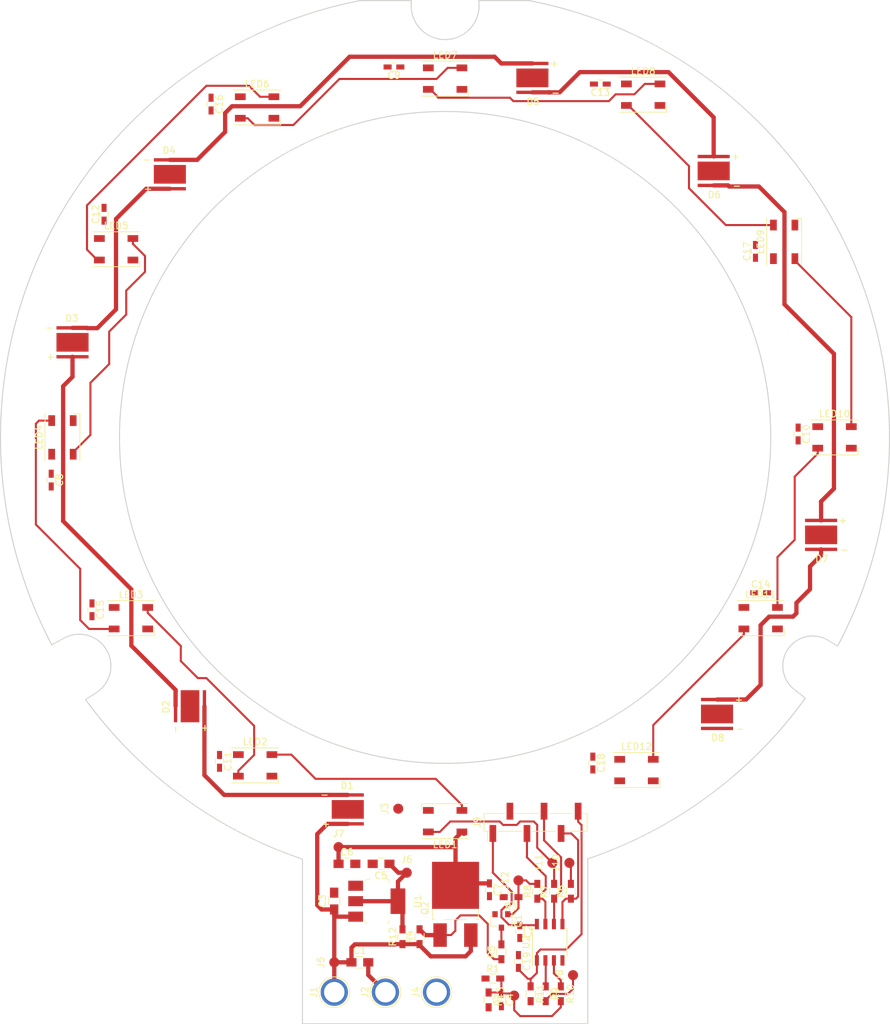
<source format=kicad_pcb>
(kicad_pcb (version 4) (host pcbnew 4.0.7)

  (general
    (links 126)
    (no_connects 126)
    (area 79.155599 33.435599 215.484401 191.450001)
    (thickness 1.6)
    (drawings 46)
    (tracks 276)
    (zones 0)
    (modules 68)
    (nets 45)
  )

  (page A4)
  (layers
    (0 F.Cu signal)
    (1 In1.Cu power)
    (2 In2.Cu mixed)
    (31 B.Cu power)
    (33 F.Adhes user)
    (35 F.Paste user)
    (37 F.SilkS user)
    (38 B.Mask user)
    (39 F.Mask user)
    (40 Dwgs.User user)
    (41 Cmts.User user)
    (42 Eco1.User user hide)
    (43 Eco2.User user hide)
    (44 Edge.Cuts user)
    (45 Margin user)
    (47 F.CrtYd user)
    (49 F.Fab user)
  )

  (setup
    (last_trace_width 0.3048)
    (user_trace_width 0.1524)
    (user_trace_width 0.635)
    (trace_clearance 0.1524)
    (zone_clearance 0.508)
    (zone_45_only no)
    (trace_min 0.1524)
    (segment_width 0.2)
    (edge_width 0.15)
    (via_size 0.5588)
    (via_drill 0.3048)
    (via_min_size 0.508)
    (via_min_drill 0.254)
    (user_via 0.5588 0.3048)
    (uvia_size 0.5588)
    (uvia_drill 0.3048)
    (uvias_allowed no)
    (uvia_min_size 0)
    (uvia_min_drill 0)
    (pcb_text_width 0.3)
    (pcb_text_size 1.5 1.5)
    (mod_edge_width 0.15)
    (mod_text_size 1 1)
    (mod_text_width 0.15)
    (pad_size 1.524 1.524)
    (pad_drill 0.762)
    (pad_to_mask_clearance 0.2)
    (aux_axis_origin 147.32 101.6)
    (grid_origin 147.32 101.6)
    (visible_elements 7FFCFFFF)
    (pcbplotparams
      (layerselection 0x00030_80000001)
      (usegerberextensions false)
      (excludeedgelayer true)
      (linewidth 0.100000)
      (plotframeref false)
      (viasonmask false)
      (mode 1)
      (useauxorigin false)
      (hpglpennumber 1)
      (hpglpenspeed 20)
      (hpglpendiameter 15)
      (hpglpenoverlay 2)
      (psnegative false)
      (psa4output false)
      (plotreference true)
      (plotvalue true)
      (plotinvisibletext false)
      (padsonsilk false)
      (subtractmaskfromsilk false)
      (outputformat 1)
      (mirror false)
      (drillshape 1)
      (scaleselection 1)
      (outputdirectory ""))
  )

  (net 0 "")
  (net 1 "Net-(C1-Pad1)")
  (net 2 GND)
  (net 3 VIN_ADC)
  (net 4 VDD)
  (net 5 "Net-(D1-Pad1)")
  (net 6 "Net-(D1-Pad3)")
  (net 7 "Net-(D2-Pad1)")
  (net 8 "Net-(D2-Pad3)")
  (net 9 "Net-(D3-Pad1)")
  (net 10 "Net-(D3-Pad3)")
  (net 11 "Net-(D4-Pad1)")
  (net 12 "Net-(D4-Pad3)")
  (net 13 "Net-(D5-Pad1)")
  (net 14 "Net-(D5-Pad3)")
  (net 15 "Net-(D6-Pad1)")
  (net 16 "Net-(D6-Pad3)")
  (net 17 "Net-(D7-Pad1)")
  (net 18 "Net-(D7-Pad3)")
  (net 19 "Net-(D8-Pad3)")
  (net 20 DIN)
  (net 21 "Net-(J8-Pad1)")
  (net 22 DOUT)
  (net 23 MODE)
  (net 24 "Net-(LED1-Pad2)")
  (net 25 "Net-(LED2-Pad2)")
  (net 26 "Net-(LED10-Pad2)")
  (net 27 "Net-(LED3-Pad2)")
  (net 28 "Net-(LED11-Pad2)")
  (net 29 "Net-(LED4-Pad2)")
  (net 30 "Net-(LED5-Pad2)")
  (net 31 "Net-(LED10-Pad4)")
  (net 32 "Net-(LED12-Pad2)")
  (net 33 "Net-(Q1-Pad3)")
  (net 34 "Net-(Q2-Pad1)")
  (net 35 "Net-(R9-Pad1)")
  (net 36 "Net-(R10-Pad1)")
  (net 37 "Net-(LED6-Pad2)")
  (net 38 "Net-(LED7-Pad2)")
  (net 39 "Net-(LED8-Pad2)")
  (net 40 VCC)
  (net 41 "Net-(C19-Pad2)")
  (net 42 "Net-(J9-Pad3)")
  (net 43 "Net-(J9-Pad5)")
  (net 44 "Net-(J9-Pad4)")

  (net_class Default "This is the default net class."
    (clearance 0.1524)
    (trace_width 0.3048)
    (via_dia 0.5588)
    (via_drill 0.3048)
    (uvia_dia 0.5588)
    (uvia_drill 0.3048)
    (add_net DIN)
    (add_net DOUT)
    (add_net GND)
    (add_net MODE)
    (add_net "Net-(C1-Pad1)")
    (add_net "Net-(C19-Pad2)")
    (add_net "Net-(D1-Pad1)")
    (add_net "Net-(D1-Pad3)")
    (add_net "Net-(D2-Pad1)")
    (add_net "Net-(D2-Pad3)")
    (add_net "Net-(D3-Pad1)")
    (add_net "Net-(D3-Pad3)")
    (add_net "Net-(D4-Pad1)")
    (add_net "Net-(D4-Pad3)")
    (add_net "Net-(D5-Pad1)")
    (add_net "Net-(D5-Pad3)")
    (add_net "Net-(D6-Pad1)")
    (add_net "Net-(D6-Pad3)")
    (add_net "Net-(D7-Pad1)")
    (add_net "Net-(D7-Pad3)")
    (add_net "Net-(D8-Pad3)")
    (add_net "Net-(J8-Pad1)")
    (add_net "Net-(J9-Pad3)")
    (add_net "Net-(J9-Pad4)")
    (add_net "Net-(J9-Pad5)")
    (add_net "Net-(LED1-Pad2)")
    (add_net "Net-(LED10-Pad2)")
    (add_net "Net-(LED10-Pad4)")
    (add_net "Net-(LED11-Pad2)")
    (add_net "Net-(LED12-Pad2)")
    (add_net "Net-(LED2-Pad2)")
    (add_net "Net-(LED3-Pad2)")
    (add_net "Net-(LED4-Pad2)")
    (add_net "Net-(LED5-Pad2)")
    (add_net "Net-(LED6-Pad2)")
    (add_net "Net-(LED7-Pad2)")
    (add_net "Net-(LED8-Pad2)")
    (add_net "Net-(Q1-Pad3)")
    (add_net "Net-(Q2-Pad1)")
    (add_net "Net-(R10-Pad1)")
    (add_net "Net-(R9-Pad1)")
    (add_net VCC)
    (add_net VDD)
    (add_net VIN_ADC)
  )

  (module Resistors_SMD:R_0603_HandSoldering (layer F.Cu) (tedit 58E0A804) (tstamp 5C558793)
    (at 166.053788 169.133428 90)
    (descr "Resistor SMD 0603, hand soldering")
    (tags "resistor 0603")
    (path /5C534726)
    (attr smd)
    (fp_text reference R6 (at 0 -1.45 90) (layer F.SilkS)
      (effects (font (size 1 1) (thickness 0.15)))
    )
    (fp_text value 1k (at 0 1.55 90) (layer F.Fab)
      (effects (font (size 1 1) (thickness 0.15)))
    )
    (fp_text user %R (at 0 0 90) (layer F.Fab)
      (effects (font (size 0.4 0.4) (thickness 0.075)))
    )
    (fp_line (start -0.8 0.4) (end -0.8 -0.4) (layer F.Fab) (width 0.1))
    (fp_line (start 0.8 0.4) (end -0.8 0.4) (layer F.Fab) (width 0.1))
    (fp_line (start 0.8 -0.4) (end 0.8 0.4) (layer F.Fab) (width 0.1))
    (fp_line (start -0.8 -0.4) (end 0.8 -0.4) (layer F.Fab) (width 0.1))
    (fp_line (start 0.5 0.68) (end -0.5 0.68) (layer F.SilkS) (width 0.12))
    (fp_line (start -0.5 -0.68) (end 0.5 -0.68) (layer F.SilkS) (width 0.12))
    (fp_line (start -1.96 -0.7) (end 1.95 -0.7) (layer F.CrtYd) (width 0.05))
    (fp_line (start -1.96 -0.7) (end -1.96 0.7) (layer F.CrtYd) (width 0.05))
    (fp_line (start 1.95 0.7) (end 1.95 -0.7) (layer F.CrtYd) (width 0.05))
    (fp_line (start 1.95 0.7) (end -1.96 0.7) (layer F.CrtYd) (width 0.05))
    (pad 1 smd rect (at -1.1 0 90) (size 1.2 0.9) (layers F.Cu F.Paste F.Mask)
      (net 43 "Net-(J9-Pad5)"))
    (pad 2 smd rect (at 1.1 0 90) (size 1.2 0.9) (layers F.Cu F.Paste F.Mask)
      (net 20 DIN))
    (model ${KISYS3DMOD}/Resistors_SMD.3dshapes/R_0603.wrl
      (at (xyz 0 0 0))
      (scale (xyz 1 1 1))
      (rotate (xyz 0 0 0))
    )
  )

  (module Capacitors_SMD:C_0805_HandSoldering (layer F.Cu) (tedit 58AA84A8) (tstamp 5C5584F4)
    (at 134.62 179.705)
    (descr "Capacitor SMD 0805, hand soldering")
    (tags "capacitor 0805")
    (path /5C5286EA)
    (attr smd)
    (fp_text reference C1 (at 0 -1.75) (layer F.SilkS)
      (effects (font (size 1 1) (thickness 0.15)))
    )
    (fp_text value 4.7uF (at 0 1.75) (layer F.Fab)
      (effects (font (size 1 1) (thickness 0.15)))
    )
    (fp_text user %R (at 0 -1.75) (layer F.Fab)
      (effects (font (size 1 1) (thickness 0.15)))
    )
    (fp_line (start -1 0.62) (end -1 -0.62) (layer F.Fab) (width 0.1))
    (fp_line (start 1 0.62) (end -1 0.62) (layer F.Fab) (width 0.1))
    (fp_line (start 1 -0.62) (end 1 0.62) (layer F.Fab) (width 0.1))
    (fp_line (start -1 -0.62) (end 1 -0.62) (layer F.Fab) (width 0.1))
    (fp_line (start 0.5 -0.85) (end -0.5 -0.85) (layer F.SilkS) (width 0.12))
    (fp_line (start -0.5 0.85) (end 0.5 0.85) (layer F.SilkS) (width 0.12))
    (fp_line (start -2.25 -0.88) (end 2.25 -0.88) (layer F.CrtYd) (width 0.05))
    (fp_line (start -2.25 -0.88) (end -2.25 0.87) (layer F.CrtYd) (width 0.05))
    (fp_line (start 2.25 0.87) (end 2.25 -0.88) (layer F.CrtYd) (width 0.05))
    (fp_line (start 2.25 0.87) (end -2.25 0.87) (layer F.CrtYd) (width 0.05))
    (pad 1 smd rect (at -1.25 0) (size 1.5 1.25) (layers F.Cu F.Paste F.Mask)
      (net 1 "Net-(C1-Pad1)"))
    (pad 2 smd rect (at 1.25 0) (size 1.5 1.25) (layers F.Cu F.Paste F.Mask)
      (net 2 GND))
    (model Capacitors_SMD.3dshapes/C_0805.wrl
      (at (xyz 0 0 0))
      (scale (xyz 1 1 1))
      (rotate (xyz 0 0 0))
    )
  )

  (module Capacitors_SMD:C_0603_HandSoldering (layer F.Cu) (tedit 58AA848B) (tstamp 5C558505)
    (at 158.445788 175.133 270)
    (descr "Capacitor SMD 0603, hand soldering")
    (tags "capacitor 0603")
    (path /5C55486B)
    (attr smd)
    (fp_text reference C2 (at 0 -1.25 270) (layer F.SilkS)
      (effects (font (size 1 1) (thickness 0.15)))
    )
    (fp_text value 0.1uF (at 0 1.5 270) (layer F.Fab)
      (effects (font (size 1 1) (thickness 0.15)))
    )
    (fp_text user %R (at 0 -1.25 270) (layer F.Fab)
      (effects (font (size 1 1) (thickness 0.15)))
    )
    (fp_line (start -0.8 0.4) (end -0.8 -0.4) (layer F.Fab) (width 0.1))
    (fp_line (start 0.8 0.4) (end -0.8 0.4) (layer F.Fab) (width 0.1))
    (fp_line (start 0.8 -0.4) (end 0.8 0.4) (layer F.Fab) (width 0.1))
    (fp_line (start -0.8 -0.4) (end 0.8 -0.4) (layer F.Fab) (width 0.1))
    (fp_line (start -0.35 -0.6) (end 0.35 -0.6) (layer F.SilkS) (width 0.12))
    (fp_line (start 0.35 0.6) (end -0.35 0.6) (layer F.SilkS) (width 0.12))
    (fp_line (start -1.8 -0.65) (end 1.8 -0.65) (layer F.CrtYd) (width 0.05))
    (fp_line (start -1.8 -0.65) (end -1.8 0.65) (layer F.CrtYd) (width 0.05))
    (fp_line (start 1.8 0.65) (end 1.8 -0.65) (layer F.CrtYd) (width 0.05))
    (fp_line (start 1.8 0.65) (end -1.8 0.65) (layer F.CrtYd) (width 0.05))
    (pad 1 smd rect (at -0.95 0 270) (size 1.2 0.75) (layers F.Cu F.Paste F.Mask)
      (net 40 VCC))
    (pad 2 smd rect (at 0.95 0 270) (size 1.2 0.75) (layers F.Cu F.Paste F.Mask)
      (net 2 GND))
    (model Capacitors_SMD.3dshapes/C_0603.wrl
      (at (xyz 0 0 0))
      (scale (xyz 1 1 1))
      (rotate (xyz 0 0 0))
    )
  )

  (module Capacitors_SMD:C_0805_HandSoldering (layer F.Cu) (tedit 58AA84A8) (tstamp 5C558516)
    (at 130.792298 170.589852 90)
    (descr "Capacitor SMD 0805, hand soldering")
    (tags "capacitor 0805")
    (path /5C550A29)
    (attr smd)
    (fp_text reference C3 (at 0 -1.75 90) (layer F.SilkS)
      (effects (font (size 1 1) (thickness 0.15)))
    )
    (fp_text value 4.7uF (at 0 1.75 90) (layer F.Fab)
      (effects (font (size 1 1) (thickness 0.15)))
    )
    (fp_text user %R (at 0 -1.75 90) (layer F.Fab)
      (effects (font (size 1 1) (thickness 0.15)))
    )
    (fp_line (start -1 0.62) (end -1 -0.62) (layer F.Fab) (width 0.1))
    (fp_line (start 1 0.62) (end -1 0.62) (layer F.Fab) (width 0.1))
    (fp_line (start 1 -0.62) (end 1 0.62) (layer F.Fab) (width 0.1))
    (fp_line (start -1 -0.62) (end 1 -0.62) (layer F.Fab) (width 0.1))
    (fp_line (start 0.5 -0.85) (end -0.5 -0.85) (layer F.SilkS) (width 0.12))
    (fp_line (start -0.5 0.85) (end 0.5 0.85) (layer F.SilkS) (width 0.12))
    (fp_line (start -2.25 -0.88) (end 2.25 -0.88) (layer F.CrtYd) (width 0.05))
    (fp_line (start -2.25 -0.88) (end -2.25 0.87) (layer F.CrtYd) (width 0.05))
    (fp_line (start 2.25 0.87) (end 2.25 -0.88) (layer F.CrtYd) (width 0.05))
    (fp_line (start 2.25 0.87) (end -2.25 0.87) (layer F.CrtYd) (width 0.05))
    (pad 1 smd rect (at -1.25 0 90) (size 1.5 1.25) (layers F.Cu F.Paste F.Mask)
      (net 1 "Net-(C1-Pad1)"))
    (pad 2 smd rect (at 1.25 0 90) (size 1.5 1.25) (layers F.Cu F.Paste F.Mask)
      (net 2 GND))
    (model Capacitors_SMD.3dshapes/C_0805.wrl
      (at (xyz 0 0 0))
      (scale (xyz 1 1 1))
      (rotate (xyz 0 0 0))
    )
  )

  (module Capacitors_SMD:C_0603_HandSoldering (layer F.Cu) (tedit 58AA848B) (tstamp 5C558527)
    (at 155.702 185.293 270)
    (descr "Capacitor SMD 0603, hand soldering")
    (tags "capacitor 0603")
    (path /5C54174F)
    (attr smd)
    (fp_text reference C4 (at 0 -1.25 270) (layer F.SilkS)
      (effects (font (size 1 1) (thickness 0.15)))
    )
    (fp_text value 0.1uF (at 0 1.5 270) (layer F.Fab)
      (effects (font (size 1 1) (thickness 0.15)))
    )
    (fp_text user %R (at 0 -1.25 270) (layer F.Fab)
      (effects (font (size 1 1) (thickness 0.15)))
    )
    (fp_line (start -0.8 0.4) (end -0.8 -0.4) (layer F.Fab) (width 0.1))
    (fp_line (start 0.8 0.4) (end -0.8 0.4) (layer F.Fab) (width 0.1))
    (fp_line (start 0.8 -0.4) (end 0.8 0.4) (layer F.Fab) (width 0.1))
    (fp_line (start -0.8 -0.4) (end 0.8 -0.4) (layer F.Fab) (width 0.1))
    (fp_line (start -0.35 -0.6) (end 0.35 -0.6) (layer F.SilkS) (width 0.12))
    (fp_line (start 0.35 0.6) (end -0.35 0.6) (layer F.SilkS) (width 0.12))
    (fp_line (start -1.8 -0.65) (end 1.8 -0.65) (layer F.CrtYd) (width 0.05))
    (fp_line (start -1.8 -0.65) (end -1.8 0.65) (layer F.CrtYd) (width 0.05))
    (fp_line (start 1.8 0.65) (end 1.8 -0.65) (layer F.CrtYd) (width 0.05))
    (fp_line (start 1.8 0.65) (end -1.8 0.65) (layer F.CrtYd) (width 0.05))
    (pad 1 smd rect (at -0.95 0 270) (size 1.2 0.75) (layers F.Cu F.Paste F.Mask)
      (net 3 VIN_ADC))
    (pad 2 smd rect (at 0.95 0 270) (size 1.2 0.75) (layers F.Cu F.Paste F.Mask)
      (net 2 GND))
    (model Capacitors_SMD.3dshapes/C_0603.wrl
      (at (xyz 0 0 0))
      (scale (xyz 1 1 1))
      (rotate (xyz 0 0 0))
    )
  )

  (module Capacitors_SMD:C_0805_HandSoldering (layer F.Cu) (tedit 58AA84A8) (tstamp 5C558538)
    (at 137.777298 165.050852 180)
    (descr "Capacitor SMD 0805, hand soldering")
    (tags "capacitor 0805")
    (path /5C550DFA)
    (attr smd)
    (fp_text reference C5 (at 0 -1.75 180) (layer F.SilkS)
      (effects (font (size 1 1) (thickness 0.15)))
    )
    (fp_text value 4.7uF (at 0 1.75 180) (layer F.Fab)
      (effects (font (size 1 1) (thickness 0.15)))
    )
    (fp_text user %R (at 0 -1.75 180) (layer F.Fab)
      (effects (font (size 1 1) (thickness 0.15)))
    )
    (fp_line (start -1 0.62) (end -1 -0.62) (layer F.Fab) (width 0.1))
    (fp_line (start 1 0.62) (end -1 0.62) (layer F.Fab) (width 0.1))
    (fp_line (start 1 -0.62) (end 1 0.62) (layer F.Fab) (width 0.1))
    (fp_line (start -1 -0.62) (end 1 -0.62) (layer F.Fab) (width 0.1))
    (fp_line (start 0.5 -0.85) (end -0.5 -0.85) (layer F.SilkS) (width 0.12))
    (fp_line (start -0.5 0.85) (end 0.5 0.85) (layer F.SilkS) (width 0.12))
    (fp_line (start -2.25 -0.88) (end 2.25 -0.88) (layer F.CrtYd) (width 0.05))
    (fp_line (start -2.25 -0.88) (end -2.25 0.87) (layer F.CrtYd) (width 0.05))
    (fp_line (start 2.25 0.87) (end 2.25 -0.88) (layer F.CrtYd) (width 0.05))
    (fp_line (start 2.25 0.87) (end -2.25 0.87) (layer F.CrtYd) (width 0.05))
    (pad 1 smd rect (at -1.25 0 180) (size 1.5 1.25) (layers F.Cu F.Paste F.Mask)
      (net 40 VCC))
    (pad 2 smd rect (at 1.25 0 180) (size 1.5 1.25) (layers F.Cu F.Paste F.Mask)
      (net 2 GND))
    (model Capacitors_SMD.3dshapes/C_0805.wrl
      (at (xyz 0 0 0))
      (scale (xyz 1 1 1))
      (rotate (xyz 0 0 0))
    )
  )

  (module Capacitors_SMD:C_0805_HandSoldering (layer F.Cu) (tedit 58AA84A8) (tstamp 5C558549)
    (at 132.697298 165.050852)
    (descr "Capacitor SMD 0805, hand soldering")
    (tags "capacitor 0805")
    (path /5C551512)
    (attr smd)
    (fp_text reference C6 (at 0 -1.75) (layer F.SilkS)
      (effects (font (size 1 1) (thickness 0.15)))
    )
    (fp_text value 4.7uF (at 0 1.75) (layer F.Fab)
      (effects (font (size 1 1) (thickness 0.15)))
    )
    (fp_text user %R (at 0 -1.75) (layer F.Fab)
      (effects (font (size 1 1) (thickness 0.15)))
    )
    (fp_line (start -1 0.62) (end -1 -0.62) (layer F.Fab) (width 0.1))
    (fp_line (start 1 0.62) (end -1 0.62) (layer F.Fab) (width 0.1))
    (fp_line (start 1 -0.62) (end 1 0.62) (layer F.Fab) (width 0.1))
    (fp_line (start -1 -0.62) (end 1 -0.62) (layer F.Fab) (width 0.1))
    (fp_line (start 0.5 -0.85) (end -0.5 -0.85) (layer F.SilkS) (width 0.12))
    (fp_line (start -0.5 0.85) (end 0.5 0.85) (layer F.SilkS) (width 0.12))
    (fp_line (start -2.25 -0.88) (end 2.25 -0.88) (layer F.CrtYd) (width 0.05))
    (fp_line (start -2.25 -0.88) (end -2.25 0.87) (layer F.CrtYd) (width 0.05))
    (fp_line (start 2.25 0.87) (end 2.25 -0.88) (layer F.CrtYd) (width 0.05))
    (fp_line (start 2.25 0.87) (end -2.25 0.87) (layer F.CrtYd) (width 0.05))
    (pad 1 smd rect (at -1.25 0) (size 1.5 1.25) (layers F.Cu F.Paste F.Mask)
      (net 4 VDD))
    (pad 2 smd rect (at 1.25 0) (size 1.5 1.25) (layers F.Cu F.Paste F.Mask)
      (net 2 GND))
    (model Capacitors_SMD.3dshapes/C_0805.wrl
      (at (xyz 0 0 0))
      (scale (xyz 1 1 1))
      (rotate (xyz 0 0 0))
    )
  )

  (module Capacitors_SMD:C_0603_HandSoldering (layer F.Cu) (tedit 58AA848B) (tstamp 5C55855A)
    (at 153.924 168.91 270)
    (descr "Capacitor SMD 0603, hand soldering")
    (tags "capacitor 0603")
    (path /5C554D67)
    (attr smd)
    (fp_text reference C7 (at 0 -1.25 270) (layer F.SilkS)
      (effects (font (size 1 1) (thickness 0.15)))
    )
    (fp_text value 0.1uF (at 0 1.5 270) (layer F.Fab)
      (effects (font (size 1 1) (thickness 0.15)))
    )
    (fp_text user %R (at 0 -1.25 270) (layer F.Fab)
      (effects (font (size 1 1) (thickness 0.15)))
    )
    (fp_line (start -0.8 0.4) (end -0.8 -0.4) (layer F.Fab) (width 0.1))
    (fp_line (start 0.8 0.4) (end -0.8 0.4) (layer F.Fab) (width 0.1))
    (fp_line (start 0.8 -0.4) (end 0.8 0.4) (layer F.Fab) (width 0.1))
    (fp_line (start -0.8 -0.4) (end 0.8 -0.4) (layer F.Fab) (width 0.1))
    (fp_line (start -0.35 -0.6) (end 0.35 -0.6) (layer F.SilkS) (width 0.12))
    (fp_line (start 0.35 0.6) (end -0.35 0.6) (layer F.SilkS) (width 0.12))
    (fp_line (start -1.8 -0.65) (end 1.8 -0.65) (layer F.CrtYd) (width 0.05))
    (fp_line (start -1.8 -0.65) (end -1.8 0.65) (layer F.CrtYd) (width 0.05))
    (fp_line (start 1.8 0.65) (end 1.8 -0.65) (layer F.CrtYd) (width 0.05))
    (fp_line (start 1.8 0.65) (end -1.8 0.65) (layer F.CrtYd) (width 0.05))
    (pad 1 smd rect (at -0.95 0 270) (size 1.2 0.75) (layers F.Cu F.Paste F.Mask)
      (net 4 VDD))
    (pad 2 smd rect (at 0.95 0 270) (size 1.2 0.75) (layers F.Cu F.Paste F.Mask)
      (net 2 GND))
    (model Capacitors_SMD.3dshapes/C_0603.wrl
      (at (xyz 0 0 0))
      (scale (xyz 1 1 1))
      (rotate (xyz 0 0 0))
    )
  )

  (module Capacitors_SMD:C_0603_HandSoldering (layer F.Cu) (tedit 58AA848B) (tstamp 5C55856B)
    (at 88.646 107.95 270)
    (descr "Capacitor SMD 0603, hand soldering")
    (tags "capacitor 0603")
    (path /5C55543B)
    (attr smd)
    (fp_text reference C8 (at 0 -1.25 270) (layer F.SilkS)
      (effects (font (size 1 1) (thickness 0.15)))
    )
    (fp_text value 0.1uF (at 0 1.5 270) (layer F.Fab)
      (effects (font (size 1 1) (thickness 0.15)))
    )
    (fp_text user %R (at 0 -1.25 270) (layer F.Fab)
      (effects (font (size 1 1) (thickness 0.15)))
    )
    (fp_line (start -0.8 0.4) (end -0.8 -0.4) (layer F.Fab) (width 0.1))
    (fp_line (start 0.8 0.4) (end -0.8 0.4) (layer F.Fab) (width 0.1))
    (fp_line (start 0.8 -0.4) (end 0.8 0.4) (layer F.Fab) (width 0.1))
    (fp_line (start -0.8 -0.4) (end 0.8 -0.4) (layer F.Fab) (width 0.1))
    (fp_line (start -0.35 -0.6) (end 0.35 -0.6) (layer F.SilkS) (width 0.12))
    (fp_line (start 0.35 0.6) (end -0.35 0.6) (layer F.SilkS) (width 0.12))
    (fp_line (start -1.8 -0.65) (end 1.8 -0.65) (layer F.CrtYd) (width 0.05))
    (fp_line (start -1.8 -0.65) (end -1.8 0.65) (layer F.CrtYd) (width 0.05))
    (fp_line (start 1.8 0.65) (end 1.8 -0.65) (layer F.CrtYd) (width 0.05))
    (fp_line (start 1.8 0.65) (end -1.8 0.65) (layer F.CrtYd) (width 0.05))
    (pad 1 smd rect (at -0.95 0 270) (size 1.2 0.75) (layers F.Cu F.Paste F.Mask)
      (net 4 VDD))
    (pad 2 smd rect (at 0.95 0 270) (size 1.2 0.75) (layers F.Cu F.Paste F.Mask)
      (net 2 GND))
    (model Capacitors_SMD.3dshapes/C_0603.wrl
      (at (xyz 0 0 0))
      (scale (xyz 1 1 1))
      (rotate (xyz 0 0 0))
    )
  )

  (module Capacitors_SMD:C_0603_HandSoldering (layer F.Cu) (tedit 58AA848B) (tstamp 5C55857C)
    (at 139.7 46.482 180)
    (descr "Capacitor SMD 0603, hand soldering")
    (tags "capacitor 0603")
    (path /5C5561BC)
    (attr smd)
    (fp_text reference C9 (at 0 -1.25 180) (layer F.SilkS)
      (effects (font (size 1 1) (thickness 0.15)))
    )
    (fp_text value 0.1uF (at 0 1.5 180) (layer F.Fab)
      (effects (font (size 1 1) (thickness 0.15)))
    )
    (fp_text user %R (at 0 -1.25 180) (layer F.Fab)
      (effects (font (size 1 1) (thickness 0.15)))
    )
    (fp_line (start -0.8 0.4) (end -0.8 -0.4) (layer F.Fab) (width 0.1))
    (fp_line (start 0.8 0.4) (end -0.8 0.4) (layer F.Fab) (width 0.1))
    (fp_line (start 0.8 -0.4) (end 0.8 0.4) (layer F.Fab) (width 0.1))
    (fp_line (start -0.8 -0.4) (end 0.8 -0.4) (layer F.Fab) (width 0.1))
    (fp_line (start -0.35 -0.6) (end 0.35 -0.6) (layer F.SilkS) (width 0.12))
    (fp_line (start 0.35 0.6) (end -0.35 0.6) (layer F.SilkS) (width 0.12))
    (fp_line (start -1.8 -0.65) (end 1.8 -0.65) (layer F.CrtYd) (width 0.05))
    (fp_line (start -1.8 -0.65) (end -1.8 0.65) (layer F.CrtYd) (width 0.05))
    (fp_line (start 1.8 0.65) (end 1.8 -0.65) (layer F.CrtYd) (width 0.05))
    (fp_line (start 1.8 0.65) (end -1.8 0.65) (layer F.CrtYd) (width 0.05))
    (pad 1 smd rect (at -0.95 0 180) (size 1.2 0.75) (layers F.Cu F.Paste F.Mask)
      (net 4 VDD))
    (pad 2 smd rect (at 0.95 0 180) (size 1.2 0.75) (layers F.Cu F.Paste F.Mask)
      (net 2 GND))
    (model Capacitors_SMD.3dshapes/C_0603.wrl
      (at (xyz 0 0 0))
      (scale (xyz 1 1 1))
      (rotate (xyz 0 0 0))
    )
  )

  (module Capacitors_SMD:C_0603_HandSoldering (layer F.Cu) (tedit 58AA848B) (tstamp 5C55858D)
    (at 199.898 101.092 270)
    (descr "Capacitor SMD 0603, hand soldering")
    (tags "capacitor 0603")
    (path /5C557085)
    (attr smd)
    (fp_text reference C10 (at 0 -1.25 270) (layer F.SilkS)
      (effects (font (size 1 1) (thickness 0.15)))
    )
    (fp_text value 0.1uF (at 0 1.5 270) (layer F.Fab)
      (effects (font (size 1 1) (thickness 0.15)))
    )
    (fp_text user %R (at 0 -1.25 270) (layer F.Fab)
      (effects (font (size 1 1) (thickness 0.15)))
    )
    (fp_line (start -0.8 0.4) (end -0.8 -0.4) (layer F.Fab) (width 0.1))
    (fp_line (start 0.8 0.4) (end -0.8 0.4) (layer F.Fab) (width 0.1))
    (fp_line (start 0.8 -0.4) (end 0.8 0.4) (layer F.Fab) (width 0.1))
    (fp_line (start -0.8 -0.4) (end 0.8 -0.4) (layer F.Fab) (width 0.1))
    (fp_line (start -0.35 -0.6) (end 0.35 -0.6) (layer F.SilkS) (width 0.12))
    (fp_line (start 0.35 0.6) (end -0.35 0.6) (layer F.SilkS) (width 0.12))
    (fp_line (start -1.8 -0.65) (end 1.8 -0.65) (layer F.CrtYd) (width 0.05))
    (fp_line (start -1.8 -0.65) (end -1.8 0.65) (layer F.CrtYd) (width 0.05))
    (fp_line (start 1.8 0.65) (end 1.8 -0.65) (layer F.CrtYd) (width 0.05))
    (fp_line (start 1.8 0.65) (end -1.8 0.65) (layer F.CrtYd) (width 0.05))
    (pad 1 smd rect (at -0.95 0 270) (size 1.2 0.75) (layers F.Cu F.Paste F.Mask)
      (net 4 VDD))
    (pad 2 smd rect (at 0.95 0 270) (size 1.2 0.75) (layers F.Cu F.Paste F.Mask)
      (net 2 GND))
    (model Capacitors_SMD.3dshapes/C_0603.wrl
      (at (xyz 0 0 0))
      (scale (xyz 1 1 1))
      (rotate (xyz 0 0 0))
    )
  )

  (module Capacitors_SMD:C_0603_HandSoldering (layer F.Cu) (tedit 58AA848B) (tstamp 5C55859E)
    (at 113.72 149.8 270)
    (descr "Capacitor SMD 0603, hand soldering")
    (tags "capacitor 0603")
    (path /5C5556B0)
    (attr smd)
    (fp_text reference C11 (at 0 -1.25 270) (layer F.SilkS)
      (effects (font (size 1 1) (thickness 0.15)))
    )
    (fp_text value 0.1uF (at 0 1.5 270) (layer F.Fab)
      (effects (font (size 1 1) (thickness 0.15)))
    )
    (fp_text user %R (at 0 -1.25 270) (layer F.Fab)
      (effects (font (size 1 1) (thickness 0.15)))
    )
    (fp_line (start -0.8 0.4) (end -0.8 -0.4) (layer F.Fab) (width 0.1))
    (fp_line (start 0.8 0.4) (end -0.8 0.4) (layer F.Fab) (width 0.1))
    (fp_line (start 0.8 -0.4) (end 0.8 0.4) (layer F.Fab) (width 0.1))
    (fp_line (start -0.8 -0.4) (end 0.8 -0.4) (layer F.Fab) (width 0.1))
    (fp_line (start -0.35 -0.6) (end 0.35 -0.6) (layer F.SilkS) (width 0.12))
    (fp_line (start 0.35 0.6) (end -0.35 0.6) (layer F.SilkS) (width 0.12))
    (fp_line (start -1.8 -0.65) (end 1.8 -0.65) (layer F.CrtYd) (width 0.05))
    (fp_line (start -1.8 -0.65) (end -1.8 0.65) (layer F.CrtYd) (width 0.05))
    (fp_line (start 1.8 0.65) (end 1.8 -0.65) (layer F.CrtYd) (width 0.05))
    (fp_line (start 1.8 0.65) (end -1.8 0.65) (layer F.CrtYd) (width 0.05))
    (pad 1 smd rect (at -0.95 0 270) (size 1.2 0.75) (layers F.Cu F.Paste F.Mask)
      (net 4 VDD))
    (pad 2 smd rect (at 0.95 0 270) (size 1.2 0.75) (layers F.Cu F.Paste F.Mask)
      (net 2 GND))
    (model Capacitors_SMD.3dshapes/C_0603.wrl
      (at (xyz 0 0 0))
      (scale (xyz 1 1 1))
      (rotate (xyz 0 0 0))
    )
  )

  (module Capacitors_SMD:C_0603_HandSoldering (layer F.Cu) (tedit 58AA848B) (tstamp 5C5585AF)
    (at 96.52 68.392 90)
    (descr "Capacitor SMD 0603, hand soldering")
    (tags "capacitor 0603")
    (path /5C55574B)
    (attr smd)
    (fp_text reference C12 (at 0 -1.25 90) (layer F.SilkS)
      (effects (font (size 1 1) (thickness 0.15)))
    )
    (fp_text value 0.1uF (at 0 1.5 90) (layer F.Fab)
      (effects (font (size 1 1) (thickness 0.15)))
    )
    (fp_text user %R (at 0 -1.25 90) (layer F.Fab)
      (effects (font (size 1 1) (thickness 0.15)))
    )
    (fp_line (start -0.8 0.4) (end -0.8 -0.4) (layer F.Fab) (width 0.1))
    (fp_line (start 0.8 0.4) (end -0.8 0.4) (layer F.Fab) (width 0.1))
    (fp_line (start 0.8 -0.4) (end 0.8 0.4) (layer F.Fab) (width 0.1))
    (fp_line (start -0.8 -0.4) (end 0.8 -0.4) (layer F.Fab) (width 0.1))
    (fp_line (start -0.35 -0.6) (end 0.35 -0.6) (layer F.SilkS) (width 0.12))
    (fp_line (start 0.35 0.6) (end -0.35 0.6) (layer F.SilkS) (width 0.12))
    (fp_line (start -1.8 -0.65) (end 1.8 -0.65) (layer F.CrtYd) (width 0.05))
    (fp_line (start -1.8 -0.65) (end -1.8 0.65) (layer F.CrtYd) (width 0.05))
    (fp_line (start 1.8 0.65) (end 1.8 -0.65) (layer F.CrtYd) (width 0.05))
    (fp_line (start 1.8 0.65) (end -1.8 0.65) (layer F.CrtYd) (width 0.05))
    (pad 1 smd rect (at -0.95 0 90) (size 1.2 0.75) (layers F.Cu F.Paste F.Mask)
      (net 4 VDD))
    (pad 2 smd rect (at 0.95 0 90) (size 1.2 0.75) (layers F.Cu F.Paste F.Mask)
      (net 2 GND))
    (model Capacitors_SMD.3dshapes/C_0603.wrl
      (at (xyz 0 0 0))
      (scale (xyz 1 1 1))
      (rotate (xyz 0 0 0))
    )
  )

  (module Capacitors_SMD:C_0603_HandSoldering (layer F.Cu) (tedit 58AA848B) (tstamp 5C5585C0)
    (at 170.434 49.022 180)
    (descr "Capacitor SMD 0603, hand soldering")
    (tags "capacitor 0603")
    (path /5C556354)
    (attr smd)
    (fp_text reference C13 (at 0 -1.25 180) (layer F.SilkS)
      (effects (font (size 1 1) (thickness 0.15)))
    )
    (fp_text value 0.1uF (at 0 1.5 180) (layer F.Fab)
      (effects (font (size 1 1) (thickness 0.15)))
    )
    (fp_text user %R (at 0 -1.25 180) (layer F.Fab)
      (effects (font (size 1 1) (thickness 0.15)))
    )
    (fp_line (start -0.8 0.4) (end -0.8 -0.4) (layer F.Fab) (width 0.1))
    (fp_line (start 0.8 0.4) (end -0.8 0.4) (layer F.Fab) (width 0.1))
    (fp_line (start 0.8 -0.4) (end 0.8 0.4) (layer F.Fab) (width 0.1))
    (fp_line (start -0.8 -0.4) (end 0.8 -0.4) (layer F.Fab) (width 0.1))
    (fp_line (start -0.35 -0.6) (end 0.35 -0.6) (layer F.SilkS) (width 0.12))
    (fp_line (start 0.35 0.6) (end -0.35 0.6) (layer F.SilkS) (width 0.12))
    (fp_line (start -1.8 -0.65) (end 1.8 -0.65) (layer F.CrtYd) (width 0.05))
    (fp_line (start -1.8 -0.65) (end -1.8 0.65) (layer F.CrtYd) (width 0.05))
    (fp_line (start 1.8 0.65) (end 1.8 -0.65) (layer F.CrtYd) (width 0.05))
    (fp_line (start 1.8 0.65) (end -1.8 0.65) (layer F.CrtYd) (width 0.05))
    (pad 1 smd rect (at -0.95 0 180) (size 1.2 0.75) (layers F.Cu F.Paste F.Mask)
      (net 4 VDD))
    (pad 2 smd rect (at 0.95 0 180) (size 1.2 0.75) (layers F.Cu F.Paste F.Mask)
      (net 2 GND))
    (model Capacitors_SMD.3dshapes/C_0603.wrl
      (at (xyz 0 0 0))
      (scale (xyz 1 1 1))
      (rotate (xyz 0 0 0))
    )
  )

  (module Capacitors_SMD:C_0603_HandSoldering (layer F.Cu) (tedit 58AA848B) (tstamp 5C5585D1)
    (at 194.32 124.714)
    (descr "Capacitor SMD 0603, hand soldering")
    (tags "capacitor 0603")
    (path /5C55767A)
    (attr smd)
    (fp_text reference C14 (at 0 -1.25) (layer F.SilkS)
      (effects (font (size 1 1) (thickness 0.15)))
    )
    (fp_text value 0.1uF (at 0 1.5) (layer F.Fab)
      (effects (font (size 1 1) (thickness 0.15)))
    )
    (fp_text user %R (at 0 -1.25) (layer F.Fab)
      (effects (font (size 1 1) (thickness 0.15)))
    )
    (fp_line (start -0.8 0.4) (end -0.8 -0.4) (layer F.Fab) (width 0.1))
    (fp_line (start 0.8 0.4) (end -0.8 0.4) (layer F.Fab) (width 0.1))
    (fp_line (start 0.8 -0.4) (end 0.8 0.4) (layer F.Fab) (width 0.1))
    (fp_line (start -0.8 -0.4) (end 0.8 -0.4) (layer F.Fab) (width 0.1))
    (fp_line (start -0.35 -0.6) (end 0.35 -0.6) (layer F.SilkS) (width 0.12))
    (fp_line (start 0.35 0.6) (end -0.35 0.6) (layer F.SilkS) (width 0.12))
    (fp_line (start -1.8 -0.65) (end 1.8 -0.65) (layer F.CrtYd) (width 0.05))
    (fp_line (start -1.8 -0.65) (end -1.8 0.65) (layer F.CrtYd) (width 0.05))
    (fp_line (start 1.8 0.65) (end 1.8 -0.65) (layer F.CrtYd) (width 0.05))
    (fp_line (start 1.8 0.65) (end -1.8 0.65) (layer F.CrtYd) (width 0.05))
    (pad 1 smd rect (at -0.95 0) (size 1.2 0.75) (layers F.Cu F.Paste F.Mask)
      (net 4 VDD))
    (pad 2 smd rect (at 0.95 0) (size 1.2 0.75) (layers F.Cu F.Paste F.Mask)
      (net 2 GND))
    (model Capacitors_SMD.3dshapes/C_0603.wrl
      (at (xyz 0 0 0))
      (scale (xyz 1 1 1))
      (rotate (xyz 0 0 0))
    )
  )

  (module Capacitors_SMD:C_0603_HandSoldering (layer F.Cu) (tedit 58AA848B) (tstamp 5C5585E2)
    (at 94.72 127.25 270)
    (descr "Capacitor SMD 0603, hand soldering")
    (tags "capacitor 0603")
    (path /5C5580D9)
    (attr smd)
    (fp_text reference C15 (at 0 -1.25 270) (layer F.SilkS)
      (effects (font (size 1 1) (thickness 0.15)))
    )
    (fp_text value 0.1uF (at 0 1.5 270) (layer F.Fab)
      (effects (font (size 1 1) (thickness 0.15)))
    )
    (fp_text user %R (at 0 -1.25 270) (layer F.Fab)
      (effects (font (size 1 1) (thickness 0.15)))
    )
    (fp_line (start -0.8 0.4) (end -0.8 -0.4) (layer F.Fab) (width 0.1))
    (fp_line (start 0.8 0.4) (end -0.8 0.4) (layer F.Fab) (width 0.1))
    (fp_line (start 0.8 -0.4) (end 0.8 0.4) (layer F.Fab) (width 0.1))
    (fp_line (start -0.8 -0.4) (end 0.8 -0.4) (layer F.Fab) (width 0.1))
    (fp_line (start -0.35 -0.6) (end 0.35 -0.6) (layer F.SilkS) (width 0.12))
    (fp_line (start 0.35 0.6) (end -0.35 0.6) (layer F.SilkS) (width 0.12))
    (fp_line (start -1.8 -0.65) (end 1.8 -0.65) (layer F.CrtYd) (width 0.05))
    (fp_line (start -1.8 -0.65) (end -1.8 0.65) (layer F.CrtYd) (width 0.05))
    (fp_line (start 1.8 0.65) (end 1.8 -0.65) (layer F.CrtYd) (width 0.05))
    (fp_line (start 1.8 0.65) (end -1.8 0.65) (layer F.CrtYd) (width 0.05))
    (pad 1 smd rect (at -0.95 0 270) (size 1.2 0.75) (layers F.Cu F.Paste F.Mask)
      (net 4 VDD))
    (pad 2 smd rect (at 0.95 0 270) (size 1.2 0.75) (layers F.Cu F.Paste F.Mask)
      (net 2 GND))
    (model Capacitors_SMD.3dshapes/C_0603.wrl
      (at (xyz 0 0 0))
      (scale (xyz 1 1 1))
      (rotate (xyz 0 0 0))
    )
  )

  (module Capacitors_SMD:C_0603_HandSoldering (layer F.Cu) (tedit 58AA848B) (tstamp 5C5585F3)
    (at 112.456 52.002 270)
    (descr "Capacitor SMD 0603, hand soldering")
    (tags "capacitor 0603")
    (path /5C558186)
    (attr smd)
    (fp_text reference C16 (at 0 -1.25 270) (layer F.SilkS)
      (effects (font (size 1 1) (thickness 0.15)))
    )
    (fp_text value 0.1uF (at 0 1.5 270) (layer F.Fab)
      (effects (font (size 1 1) (thickness 0.15)))
    )
    (fp_text user %R (at 0 -1.25 270) (layer F.Fab)
      (effects (font (size 1 1) (thickness 0.15)))
    )
    (fp_line (start -0.8 0.4) (end -0.8 -0.4) (layer F.Fab) (width 0.1))
    (fp_line (start 0.8 0.4) (end -0.8 0.4) (layer F.Fab) (width 0.1))
    (fp_line (start 0.8 -0.4) (end 0.8 0.4) (layer F.Fab) (width 0.1))
    (fp_line (start -0.8 -0.4) (end 0.8 -0.4) (layer F.Fab) (width 0.1))
    (fp_line (start -0.35 -0.6) (end 0.35 -0.6) (layer F.SilkS) (width 0.12))
    (fp_line (start 0.35 0.6) (end -0.35 0.6) (layer F.SilkS) (width 0.12))
    (fp_line (start -1.8 -0.65) (end 1.8 -0.65) (layer F.CrtYd) (width 0.05))
    (fp_line (start -1.8 -0.65) (end -1.8 0.65) (layer F.CrtYd) (width 0.05))
    (fp_line (start 1.8 0.65) (end 1.8 -0.65) (layer F.CrtYd) (width 0.05))
    (fp_line (start 1.8 0.65) (end -1.8 0.65) (layer F.CrtYd) (width 0.05))
    (pad 1 smd rect (at -0.95 0 270) (size 1.2 0.75) (layers F.Cu F.Paste F.Mask)
      (net 4 VDD))
    (pad 2 smd rect (at 0.95 0 270) (size 1.2 0.75) (layers F.Cu F.Paste F.Mask)
      (net 2 GND))
    (model Capacitors_SMD.3dshapes/C_0603.wrl
      (at (xyz 0 0 0))
      (scale (xyz 1 1 1))
      (rotate (xyz 0 0 0))
    )
  )

  (module Capacitors_SMD:C_0603_HandSoldering (layer F.Cu) (tedit 58AA848B) (tstamp 5C558604)
    (at 193.548 73.914 90)
    (descr "Capacitor SMD 0603, hand soldering")
    (tags "capacitor 0603")
    (path /5C5585EF)
    (attr smd)
    (fp_text reference C17 (at 0 -1.25 90) (layer F.SilkS)
      (effects (font (size 1 1) (thickness 0.15)))
    )
    (fp_text value 0.1uF (at 0 1.5 90) (layer F.Fab)
      (effects (font (size 1 1) (thickness 0.15)))
    )
    (fp_text user %R (at 0 -1.25 90) (layer F.Fab)
      (effects (font (size 1 1) (thickness 0.15)))
    )
    (fp_line (start -0.8 0.4) (end -0.8 -0.4) (layer F.Fab) (width 0.1))
    (fp_line (start 0.8 0.4) (end -0.8 0.4) (layer F.Fab) (width 0.1))
    (fp_line (start 0.8 -0.4) (end 0.8 0.4) (layer F.Fab) (width 0.1))
    (fp_line (start -0.8 -0.4) (end 0.8 -0.4) (layer F.Fab) (width 0.1))
    (fp_line (start -0.35 -0.6) (end 0.35 -0.6) (layer F.SilkS) (width 0.12))
    (fp_line (start 0.35 0.6) (end -0.35 0.6) (layer F.SilkS) (width 0.12))
    (fp_line (start -1.8 -0.65) (end 1.8 -0.65) (layer F.CrtYd) (width 0.05))
    (fp_line (start -1.8 -0.65) (end -1.8 0.65) (layer F.CrtYd) (width 0.05))
    (fp_line (start 1.8 0.65) (end 1.8 -0.65) (layer F.CrtYd) (width 0.05))
    (fp_line (start 1.8 0.65) (end -1.8 0.65) (layer F.CrtYd) (width 0.05))
    (pad 1 smd rect (at -0.95 0 90) (size 1.2 0.75) (layers F.Cu F.Paste F.Mask)
      (net 4 VDD))
    (pad 2 smd rect (at 0.95 0 90) (size 1.2 0.75) (layers F.Cu F.Paste F.Mask)
      (net 2 GND))
    (model Capacitors_SMD.3dshapes/C_0603.wrl
      (at (xyz 0 0 0))
      (scale (xyz 1 1 1))
      (rotate (xyz 0 0 0))
    )
  )

  (module Capacitors_SMD:C_0603_HandSoldering (layer F.Cu) (tedit 58AA848B) (tstamp 5C558615)
    (at 169.32 150.05 270)
    (descr "Capacitor SMD 0603, hand soldering")
    (tags "capacitor 0603")
    (path /5C55869A)
    (attr smd)
    (fp_text reference C18 (at 0 -1.25 270) (layer F.SilkS)
      (effects (font (size 1 1) (thickness 0.15)))
    )
    (fp_text value 0.1uF (at 0 1.5 270) (layer F.Fab)
      (effects (font (size 1 1) (thickness 0.15)))
    )
    (fp_text user %R (at 0 -1.25 270) (layer F.Fab)
      (effects (font (size 1 1) (thickness 0.15)))
    )
    (fp_line (start -0.8 0.4) (end -0.8 -0.4) (layer F.Fab) (width 0.1))
    (fp_line (start 0.8 0.4) (end -0.8 0.4) (layer F.Fab) (width 0.1))
    (fp_line (start 0.8 -0.4) (end 0.8 0.4) (layer F.Fab) (width 0.1))
    (fp_line (start -0.8 -0.4) (end 0.8 -0.4) (layer F.Fab) (width 0.1))
    (fp_line (start -0.35 -0.6) (end 0.35 -0.6) (layer F.SilkS) (width 0.12))
    (fp_line (start 0.35 0.6) (end -0.35 0.6) (layer F.SilkS) (width 0.12))
    (fp_line (start -1.8 -0.65) (end 1.8 -0.65) (layer F.CrtYd) (width 0.05))
    (fp_line (start -1.8 -0.65) (end -1.8 0.65) (layer F.CrtYd) (width 0.05))
    (fp_line (start 1.8 0.65) (end 1.8 -0.65) (layer F.CrtYd) (width 0.05))
    (fp_line (start 1.8 0.65) (end -1.8 0.65) (layer F.CrtYd) (width 0.05))
    (pad 1 smd rect (at -0.95 0 270) (size 1.2 0.75) (layers F.Cu F.Paste F.Mask)
      (net 4 VDD))
    (pad 2 smd rect (at 0.95 0 270) (size 1.2 0.75) (layers F.Cu F.Paste F.Mask)
      (net 2 GND))
    (model Capacitors_SMD.3dshapes/C_0603.wrl
      (at (xyz 0 0 0))
      (scale (xyz 1 1 1))
      (rotate (xyz 0 0 0))
    )
  )

  (module buq2:CREE-XM-L (layer F.Cu) (tedit 55D44CB2) (tstamp 5C55861C)
    (at 132.82 156.95 180)
    (path /5C52927F)
    (fp_text reference D1 (at 0.1 3.55 180) (layer F.SilkS)
      (effects (font (size 1 1) (thickness 0.15)))
    )
    (fp_text value XMLBWT-x (at 0.05 -3.5 180) (layer F.Fab)
      (effects (font (size 1 1) (thickness 0.15)))
    )
    (fp_text user + (at 3.25 -2.15 180) (layer F.SilkS)
      (effects (font (size 1 1) (thickness 0.15)))
    )
    (fp_text user - (at 3.45 2.2 180) (layer F.SilkS)
      (effects (font (size 1 1) (thickness 0.15)))
    )
    (pad 1 smd rect (at 0 2.15 180) (size 4.78 0.5) (layers F.Cu F.Paste F.Mask)
      (net 5 "Net-(D1-Pad1)"))
    (pad 2 smd rect (at 0 -2.15 180) (size 4.78 0.5) (layers F.Cu F.Paste F.Mask)
      (net 1 "Net-(C1-Pad1)"))
    (pad 3 smd rect (at 0 0 180) (size 4.78 2.78) (layers F.Cu F.Paste F.Mask)
      (net 6 "Net-(D1-Pad3)"))
  )

  (module buq2:CREE-XM-L (layer F.Cu) (tedit 55D44CB2) (tstamp 5C558623)
    (at 109.32 141.6 270)
    (path /5C53C05A)
    (fp_text reference D2 (at 0.1 3.55 270) (layer F.SilkS)
      (effects (font (size 1 1) (thickness 0.15)))
    )
    (fp_text value XMLBWT-x (at 0.05 -3.5 270) (layer F.Fab)
      (effects (font (size 1 1) (thickness 0.15)))
    )
    (fp_text user + (at 3.25 -2.15 270) (layer F.SilkS)
      (effects (font (size 1 1) (thickness 0.15)))
    )
    (fp_text user - (at 3.45 2.2 270) (layer F.SilkS)
      (effects (font (size 1 1) (thickness 0.15)))
    )
    (pad 1 smd rect (at 0 2.15 270) (size 4.78 0.5) (layers F.Cu F.Paste F.Mask)
      (net 7 "Net-(D2-Pad1)"))
    (pad 2 smd rect (at 0 -2.15 270) (size 4.78 0.5) (layers F.Cu F.Paste F.Mask)
      (net 5 "Net-(D1-Pad1)"))
    (pad 3 smd rect (at 0 0 270) (size 4.78 2.78) (layers F.Cu F.Paste F.Mask)
      (net 8 "Net-(D2-Pad3)"))
  )

  (module buq2:CREE-XM-L (layer F.Cu) (tedit 55D44CB2) (tstamp 5C55862A)
    (at 91.82 87.45 180)
    (path /5C53C115)
    (fp_text reference D3 (at 0.1 3.55 180) (layer F.SilkS)
      (effects (font (size 1 1) (thickness 0.15)))
    )
    (fp_text value XMLBWT-x (at 0.05 -3.5 180) (layer F.Fab)
      (effects (font (size 1 1) (thickness 0.15)))
    )
    (fp_text user + (at 3.25 -2.15 180) (layer F.SilkS)
      (effects (font (size 1 1) (thickness 0.15)))
    )
    (fp_text user - (at 3.45 2.2 180) (layer F.SilkS)
      (effects (font (size 1 1) (thickness 0.15)))
    )
    (pad 1 smd rect (at 0 2.15 180) (size 4.78 0.5) (layers F.Cu F.Paste F.Mask)
      (net 9 "Net-(D3-Pad1)"))
    (pad 2 smd rect (at 0 -2.15 180) (size 4.78 0.5) (layers F.Cu F.Paste F.Mask)
      (net 7 "Net-(D2-Pad1)"))
    (pad 3 smd rect (at 0 0 180) (size 4.78 2.78) (layers F.Cu F.Paste F.Mask)
      (net 10 "Net-(D3-Pad3)"))
  )

  (module buq2:CREE-XM-L (layer F.Cu) (tedit 55D44CB2) (tstamp 5C558631)
    (at 106.32 62.45 180)
    (path /5C53C45E)
    (fp_text reference D4 (at 0.1 3.55 180) (layer F.SilkS)
      (effects (font (size 1 1) (thickness 0.15)))
    )
    (fp_text value XMLBWT-x (at 0.05 -3.5 180) (layer F.Fab)
      (effects (font (size 1 1) (thickness 0.15)))
    )
    (fp_text user + (at 3.25 -2.15 180) (layer F.SilkS)
      (effects (font (size 1 1) (thickness 0.15)))
    )
    (fp_text user - (at 3.45 2.2 180) (layer F.SilkS)
      (effects (font (size 1 1) (thickness 0.15)))
    )
    (pad 1 smd rect (at 0 2.15 180) (size 4.78 0.5) (layers F.Cu F.Paste F.Mask)
      (net 11 "Net-(D4-Pad1)"))
    (pad 2 smd rect (at 0 -2.15 180) (size 4.78 0.5) (layers F.Cu F.Paste F.Mask)
      (net 9 "Net-(D3-Pad1)"))
    (pad 3 smd rect (at 0 0 180) (size 4.78 2.78) (layers F.Cu F.Paste F.Mask)
      (net 12 "Net-(D4-Pad3)"))
  )

  (module buq2:CREE-XM-L (layer F.Cu) (tedit 55D44CB2) (tstamp 5C558638)
    (at 160.32 48.1)
    (path /5C53C503)
    (fp_text reference D5 (at 0.1 3.55) (layer F.SilkS)
      (effects (font (size 1 1) (thickness 0.15)))
    )
    (fp_text value XMLBWT-x (at 0.05 -3.5) (layer F.Fab)
      (effects (font (size 1 1) (thickness 0.15)))
    )
    (fp_text user + (at 3.25 -2.15) (layer F.SilkS)
      (effects (font (size 1 1) (thickness 0.15)))
    )
    (fp_text user - (at 3.45 2.2) (layer F.SilkS)
      (effects (font (size 1 1) (thickness 0.15)))
    )
    (pad 1 smd rect (at 0 2.15) (size 4.78 0.5) (layers F.Cu F.Paste F.Mask)
      (net 13 "Net-(D5-Pad1)"))
    (pad 2 smd rect (at 0 -2.15) (size 4.78 0.5) (layers F.Cu F.Paste F.Mask)
      (net 11 "Net-(D4-Pad1)"))
    (pad 3 smd rect (at 0 0) (size 4.78 2.78) (layers F.Cu F.Paste F.Mask)
      (net 14 "Net-(D5-Pad3)"))
  )

  (module buq2:CREE-XM-L (layer F.Cu) (tedit 55D44CB2) (tstamp 5C55863F)
    (at 187.32 61.95)
    (path /5C53C78A)
    (fp_text reference D6 (at 0.1 3.55) (layer F.SilkS)
      (effects (font (size 1 1) (thickness 0.15)))
    )
    (fp_text value XMLBWT-x (at 0.05 -3.5) (layer F.Fab)
      (effects (font (size 1 1) (thickness 0.15)))
    )
    (fp_text user + (at 3.25 -2.15) (layer F.SilkS)
      (effects (font (size 1 1) (thickness 0.15)))
    )
    (fp_text user - (at 3.45 2.2) (layer F.SilkS)
      (effects (font (size 1 1) (thickness 0.15)))
    )
    (pad 1 smd rect (at 0 2.15) (size 4.78 0.5) (layers F.Cu F.Paste F.Mask)
      (net 15 "Net-(D6-Pad1)"))
    (pad 2 smd rect (at 0 -2.15) (size 4.78 0.5) (layers F.Cu F.Paste F.Mask)
      (net 13 "Net-(D5-Pad1)"))
    (pad 3 smd rect (at 0 0) (size 4.78 2.78) (layers F.Cu F.Paste F.Mask)
      (net 16 "Net-(D6-Pad3)"))
  )

  (module buq2:CREE-XM-L (layer F.Cu) (tedit 55D44CB2) (tstamp 5C558646)
    (at 203.32 116.1)
    (path /5C53C833)
    (fp_text reference D7 (at 0.1 3.55) (layer F.SilkS)
      (effects (font (size 1 1) (thickness 0.15)))
    )
    (fp_text value XMLBWT-x (at 0.05 -3.5) (layer F.Fab)
      (effects (font (size 1 1) (thickness 0.15)))
    )
    (fp_text user + (at 3.25 -2.15) (layer F.SilkS)
      (effects (font (size 1 1) (thickness 0.15)))
    )
    (fp_text user - (at 3.45 2.2) (layer F.SilkS)
      (effects (font (size 1 1) (thickness 0.15)))
    )
    (pad 1 smd rect (at 0 2.15) (size 4.78 0.5) (layers F.Cu F.Paste F.Mask)
      (net 17 "Net-(D7-Pad1)"))
    (pad 2 smd rect (at 0 -2.15) (size 4.78 0.5) (layers F.Cu F.Paste F.Mask)
      (net 15 "Net-(D6-Pad1)"))
    (pad 3 smd rect (at 0 0) (size 4.78 2.78) (layers F.Cu F.Paste F.Mask)
      (net 18 "Net-(D7-Pad3)"))
  )

  (module buq2:CREE-XM-L (layer F.Cu) (tedit 55D44CB2) (tstamp 5C55864D)
    (at 187.82 142.75)
    (path /5C53CB0B)
    (fp_text reference D8 (at 0.1 3.55) (layer F.SilkS)
      (effects (font (size 1 1) (thickness 0.15)))
    )
    (fp_text value XMLBWT-x (at 0.05 -3.5) (layer F.Fab)
      (effects (font (size 1 1) (thickness 0.15)))
    )
    (fp_text user + (at 3.25 -2.15) (layer F.SilkS)
      (effects (font (size 1 1) (thickness 0.15)))
    )
    (fp_text user - (at 3.45 2.2) (layer F.SilkS)
      (effects (font (size 1 1) (thickness 0.15)))
    )
    (pad 1 smd rect (at 0 2.15) (size 4.78 0.5) (layers F.Cu F.Paste F.Mask)
      (net 2 GND))
    (pad 2 smd rect (at 0 -2.15) (size 4.78 0.5) (layers F.Cu F.Paste F.Mask)
      (net 17 "Net-(D7-Pad1)"))
    (pad 3 smd rect (at 0 0) (size 4.78 2.78) (layers F.Cu F.Paste F.Mask)
      (net 19 "Net-(D8-Pad3)"))
  )

  (module Connectors:1pin (layer F.Cu) (tedit 5861332C) (tstamp 5C558655)
    (at 130.81 184.15 90)
    (descr "module 1 pin (ou trou mecanique de percage)")
    (tags DEV)
    (path /5C529F7C)
    (fp_text reference J1 (at 0 -3.048 90) (layer F.SilkS)
      (effects (font (size 1 1) (thickness 0.15)))
    )
    (fp_text value TEST_1P (at 0 3 90) (layer F.Fab)
      (effects (font (size 1 1) (thickness 0.15)))
    )
    (fp_circle (center 0 0) (end 2 0.8) (layer F.Fab) (width 0.1))
    (fp_circle (center 0 0) (end 2.6 0) (layer F.CrtYd) (width 0.05))
    (fp_circle (center 0 0) (end 0 -2.286) (layer F.SilkS) (width 0.12))
    (pad 1 thru_hole circle (at 0 0 90) (size 4.064 4.064) (drill 3.048) (layers *.Cu *.Mask)
      (net 1 "Net-(C1-Pad1)"))
  )

  (module Connectors:1pin (layer F.Cu) (tedit 5861332C) (tstamp 5C55865D)
    (at 138.43 184.15 90)
    (descr "module 1 pin (ou trou mecanique de percage)")
    (tags DEV)
    (path /5C52A242)
    (fp_text reference J2 (at 0 -3.048 90) (layer F.SilkS)
      (effects (font (size 1 1) (thickness 0.15)))
    )
    (fp_text value TEST_1P (at 0 3 90) (layer F.Fab)
      (effects (font (size 1 1) (thickness 0.15)))
    )
    (fp_circle (center 0 0) (end 2 0.8) (layer F.Fab) (width 0.1))
    (fp_circle (center 0 0) (end 2.6 0) (layer F.CrtYd) (width 0.05))
    (fp_circle (center 0 0) (end 0 -2.286) (layer F.SilkS) (width 0.12))
    (pad 1 thru_hole circle (at 0 0 90) (size 4.064 4.064) (drill 3.048) (layers *.Cu *.Mask)
      (net 2 GND))
  )

  (module Connectors:1pin (layer F.Cu) (tedit 5861332C) (tstamp 5C55866E)
    (at 146.05 184.15 90)
    (descr "module 1 pin (ou trou mecanique de percage)")
    (tags DEV)
    (path /5C52A2C7)
    (fp_text reference J4 (at 0 -3.048 90) (layer F.SilkS)
      (effects (font (size 1 1) (thickness 0.15)))
    )
    (fp_text value TEST_1P (at 0 3 90) (layer F.Fab)
      (effects (font (size 1 1) (thickness 0.15)))
    )
    (fp_circle (center 0 0) (end 2 0.8) (layer F.Fab) (width 0.1))
    (fp_circle (center 0 0) (end 2.6 0) (layer F.CrtYd) (width 0.05))
    (fp_circle (center 0 0) (end 0 -2.286) (layer F.SilkS) (width 0.12))
    (pad 1 thru_hole circle (at 0 0 90) (size 4.064 4.064) (drill 3.048) (layers *.Cu *.Mask)
      (net 20 DIN))
  )

  (module LEDs:LED_WS2812B-PLCC4 (layer F.Cu) (tedit 587A6D9E) (tstamp 5C5586C7)
    (at 147.32 158.7 180)
    (descr http://www.world-semi.com/uploads/soft/150522/1-150522091P5.pdf)
    (tags "LED NeoPixel")
    (path /5C528CE7)
    (attr smd)
    (fp_text reference LED1 (at 0 -3.5 180) (layer F.SilkS)
      (effects (font (size 1 1) (thickness 0.15)))
    )
    (fp_text value WS2812B (at 0 4 180) (layer F.Fab)
      (effects (font (size 1 1) (thickness 0.15)))
    )
    (fp_line (start 3.75 -2.85) (end -3.75 -2.85) (layer F.CrtYd) (width 0.05))
    (fp_line (start 3.75 2.85) (end 3.75 -2.85) (layer F.CrtYd) (width 0.05))
    (fp_line (start -3.75 2.85) (end 3.75 2.85) (layer F.CrtYd) (width 0.05))
    (fp_line (start -3.75 -2.85) (end -3.75 2.85) (layer F.CrtYd) (width 0.05))
    (fp_line (start 2.5 1.5) (end 1.5 2.5) (layer F.Fab) (width 0.1))
    (fp_line (start -2.5 -2.5) (end -2.5 2.5) (layer F.Fab) (width 0.1))
    (fp_line (start -2.5 2.5) (end 2.5 2.5) (layer F.Fab) (width 0.1))
    (fp_line (start 2.5 2.5) (end 2.5 -2.5) (layer F.Fab) (width 0.1))
    (fp_line (start 2.5 -2.5) (end -2.5 -2.5) (layer F.Fab) (width 0.1))
    (fp_line (start -3.5 -2.6) (end 3.5 -2.6) (layer F.SilkS) (width 0.12))
    (fp_line (start -3.5 2.6) (end 3.5 2.6) (layer F.SilkS) (width 0.12))
    (fp_line (start 3.5 2.6) (end 3.5 1.6) (layer F.SilkS) (width 0.12))
    (fp_circle (center 0 0) (end 0 -2) (layer F.Fab) (width 0.1))
    (pad 3 smd rect (at 2.5 1.6 180) (size 1.6 1) (layers F.Cu F.Paste F.Mask)
      (net 2 GND))
    (pad 4 smd rect (at 2.5 -1.6 180) (size 1.6 1) (layers F.Cu F.Paste F.Mask)
      (net 22 DOUT))
    (pad 2 smd rect (at -2.5 1.6 180) (size 1.6 1) (layers F.Cu F.Paste F.Mask)
      (net 24 "Net-(LED1-Pad2)"))
    (pad 1 smd rect (at -2.5 -1.6 180) (size 1.6 1) (layers F.Cu F.Paste F.Mask)
      (net 4 VDD))
    (model ${KISYS3DMOD}/LEDs.3dshapes/LED_WS2812B-PLCC4.wrl
      (at (xyz 0 0 0))
      (scale (xyz 0.39 0.39 0.39))
      (rotate (xyz 0 0 180))
    )
  )

  (module LEDs:LED_WS2812B-PLCC4 (layer F.Cu) (tedit 587A6D9E) (tstamp 5C5586CF)
    (at 119.02 150.4)
    (descr http://www.world-semi.com/uploads/soft/150522/1-150522091P5.pdf)
    (tags "LED NeoPixel")
    (path /5C528EB3)
    (attr smd)
    (fp_text reference LED2 (at 0 -3.5) (layer F.SilkS)
      (effects (font (size 1 1) (thickness 0.15)))
    )
    (fp_text value WS2812B (at 0 4) (layer F.Fab)
      (effects (font (size 1 1) (thickness 0.15)))
    )
    (fp_line (start 3.75 -2.85) (end -3.75 -2.85) (layer F.CrtYd) (width 0.05))
    (fp_line (start 3.75 2.85) (end 3.75 -2.85) (layer F.CrtYd) (width 0.05))
    (fp_line (start -3.75 2.85) (end 3.75 2.85) (layer F.CrtYd) (width 0.05))
    (fp_line (start -3.75 -2.85) (end -3.75 2.85) (layer F.CrtYd) (width 0.05))
    (fp_line (start 2.5 1.5) (end 1.5 2.5) (layer F.Fab) (width 0.1))
    (fp_line (start -2.5 -2.5) (end -2.5 2.5) (layer F.Fab) (width 0.1))
    (fp_line (start -2.5 2.5) (end 2.5 2.5) (layer F.Fab) (width 0.1))
    (fp_line (start 2.5 2.5) (end 2.5 -2.5) (layer F.Fab) (width 0.1))
    (fp_line (start 2.5 -2.5) (end -2.5 -2.5) (layer F.Fab) (width 0.1))
    (fp_line (start -3.5 -2.6) (end 3.5 -2.6) (layer F.SilkS) (width 0.12))
    (fp_line (start -3.5 2.6) (end 3.5 2.6) (layer F.SilkS) (width 0.12))
    (fp_line (start 3.5 2.6) (end 3.5 1.6) (layer F.SilkS) (width 0.12))
    (fp_circle (center 0 0) (end 0 -2) (layer F.Fab) (width 0.1))
    (pad 3 smd rect (at 2.5 1.6) (size 1.6 1) (layers F.Cu F.Paste F.Mask)
      (net 2 GND))
    (pad 4 smd rect (at 2.5 -1.6) (size 1.6 1) (layers F.Cu F.Paste F.Mask)
      (net 24 "Net-(LED1-Pad2)"))
    (pad 2 smd rect (at -2.5 1.6) (size 1.6 1) (layers F.Cu F.Paste F.Mask)
      (net 25 "Net-(LED2-Pad2)"))
    (pad 1 smd rect (at -2.5 -1.6) (size 1.6 1) (layers F.Cu F.Paste F.Mask)
      (net 4 VDD))
    (model ${KISYS3DMOD}/LEDs.3dshapes/LED_WS2812B-PLCC4.wrl
      (at (xyz 0 0 0))
      (scale (xyz 0.39 0.39 0.39))
      (rotate (xyz 0 0 180))
    )
  )

  (module LEDs:LED_WS2812B-PLCC4 (layer F.Cu) (tedit 587A6D9E) (tstamp 5C5586D7)
    (at 100.52 128.5)
    (descr http://www.world-semi.com/uploads/soft/150522/1-150522091P5.pdf)
    (tags "LED NeoPixel")
    (path /5C528F49)
    (attr smd)
    (fp_text reference LED3 (at 0 -3.5) (layer F.SilkS)
      (effects (font (size 1 1) (thickness 0.15)))
    )
    (fp_text value WS2812B (at 0 4) (layer F.Fab)
      (effects (font (size 1 1) (thickness 0.15)))
    )
    (fp_line (start 3.75 -2.85) (end -3.75 -2.85) (layer F.CrtYd) (width 0.05))
    (fp_line (start 3.75 2.85) (end 3.75 -2.85) (layer F.CrtYd) (width 0.05))
    (fp_line (start -3.75 2.85) (end 3.75 2.85) (layer F.CrtYd) (width 0.05))
    (fp_line (start -3.75 -2.85) (end -3.75 2.85) (layer F.CrtYd) (width 0.05))
    (fp_line (start 2.5 1.5) (end 1.5 2.5) (layer F.Fab) (width 0.1))
    (fp_line (start -2.5 -2.5) (end -2.5 2.5) (layer F.Fab) (width 0.1))
    (fp_line (start -2.5 2.5) (end 2.5 2.5) (layer F.Fab) (width 0.1))
    (fp_line (start 2.5 2.5) (end 2.5 -2.5) (layer F.Fab) (width 0.1))
    (fp_line (start 2.5 -2.5) (end -2.5 -2.5) (layer F.Fab) (width 0.1))
    (fp_line (start -3.5 -2.6) (end 3.5 -2.6) (layer F.SilkS) (width 0.12))
    (fp_line (start -3.5 2.6) (end 3.5 2.6) (layer F.SilkS) (width 0.12))
    (fp_line (start 3.5 2.6) (end 3.5 1.6) (layer F.SilkS) (width 0.12))
    (fp_circle (center 0 0) (end 0 -2) (layer F.Fab) (width 0.1))
    (pad 3 smd rect (at 2.5 1.6) (size 1.6 1) (layers F.Cu F.Paste F.Mask)
      (net 2 GND))
    (pad 4 smd rect (at 2.5 -1.6) (size 1.6 1) (layers F.Cu F.Paste F.Mask)
      (net 25 "Net-(LED2-Pad2)"))
    (pad 2 smd rect (at -2.5 1.6) (size 1.6 1) (layers F.Cu F.Paste F.Mask)
      (net 27 "Net-(LED3-Pad2)"))
    (pad 1 smd rect (at -2.5 -1.6) (size 1.6 1) (layers F.Cu F.Paste F.Mask)
      (net 4 VDD))
    (model ${KISYS3DMOD}/LEDs.3dshapes/LED_WS2812B-PLCC4.wrl
      (at (xyz 0 0 0))
      (scale (xyz 0.39 0.39 0.39))
      (rotate (xyz 0 0 180))
    )
  )

  (module LEDs:LED_WS2812B-PLCC4 (layer F.Cu) (tedit 587A6D9E) (tstamp 5C5586DF)
    (at 90.32 101.6 90)
    (descr http://www.world-semi.com/uploads/soft/150522/1-150522091P5.pdf)
    (tags "LED NeoPixel")
    (path /5C528FFE)
    (attr smd)
    (fp_text reference LED4 (at 0 -3.5 90) (layer F.SilkS)
      (effects (font (size 1 1) (thickness 0.15)))
    )
    (fp_text value WS2812B (at 0 4 90) (layer F.Fab)
      (effects (font (size 1 1) (thickness 0.15)))
    )
    (fp_line (start 3.75 -2.85) (end -3.75 -2.85) (layer F.CrtYd) (width 0.05))
    (fp_line (start 3.75 2.85) (end 3.75 -2.85) (layer F.CrtYd) (width 0.05))
    (fp_line (start -3.75 2.85) (end 3.75 2.85) (layer F.CrtYd) (width 0.05))
    (fp_line (start -3.75 -2.85) (end -3.75 2.85) (layer F.CrtYd) (width 0.05))
    (fp_line (start 2.5 1.5) (end 1.5 2.5) (layer F.Fab) (width 0.1))
    (fp_line (start -2.5 -2.5) (end -2.5 2.5) (layer F.Fab) (width 0.1))
    (fp_line (start -2.5 2.5) (end 2.5 2.5) (layer F.Fab) (width 0.1))
    (fp_line (start 2.5 2.5) (end 2.5 -2.5) (layer F.Fab) (width 0.1))
    (fp_line (start 2.5 -2.5) (end -2.5 -2.5) (layer F.Fab) (width 0.1))
    (fp_line (start -3.5 -2.6) (end 3.5 -2.6) (layer F.SilkS) (width 0.12))
    (fp_line (start -3.5 2.6) (end 3.5 2.6) (layer F.SilkS) (width 0.12))
    (fp_line (start 3.5 2.6) (end 3.5 1.6) (layer F.SilkS) (width 0.12))
    (fp_circle (center 0 0) (end 0 -2) (layer F.Fab) (width 0.1))
    (pad 3 smd rect (at 2.5 1.6 90) (size 1.6 1) (layers F.Cu F.Paste F.Mask)
      (net 2 GND))
    (pad 4 smd rect (at 2.5 -1.6 90) (size 1.6 1) (layers F.Cu F.Paste F.Mask)
      (net 27 "Net-(LED3-Pad2)"))
    (pad 2 smd rect (at -2.5 1.6 90) (size 1.6 1) (layers F.Cu F.Paste F.Mask)
      (net 29 "Net-(LED4-Pad2)"))
    (pad 1 smd rect (at -2.5 -1.6 90) (size 1.6 1) (layers F.Cu F.Paste F.Mask)
      (net 4 VDD))
    (model ${KISYS3DMOD}/LEDs.3dshapes/LED_WS2812B-PLCC4.wrl
      (at (xyz 0 0 0))
      (scale (xyz 0.39 0.39 0.39))
      (rotate (xyz 0 0 180))
    )
  )

  (module LEDs:LED_WS2812B-PLCC4 (layer F.Cu) (tedit 587A6D9E) (tstamp 5C5586E7)
    (at 98.32 73.6)
    (descr http://www.world-semi.com/uploads/soft/150522/1-150522091P5.pdf)
    (tags "LED NeoPixel")
    (path /5C529004)
    (attr smd)
    (fp_text reference LED5 (at 0 -3.5) (layer F.SilkS)
      (effects (font (size 1 1) (thickness 0.15)))
    )
    (fp_text value WS2812B (at 0 4) (layer F.Fab)
      (effects (font (size 1 1) (thickness 0.15)))
    )
    (fp_line (start 3.75 -2.85) (end -3.75 -2.85) (layer F.CrtYd) (width 0.05))
    (fp_line (start 3.75 2.85) (end 3.75 -2.85) (layer F.CrtYd) (width 0.05))
    (fp_line (start -3.75 2.85) (end 3.75 2.85) (layer F.CrtYd) (width 0.05))
    (fp_line (start -3.75 -2.85) (end -3.75 2.85) (layer F.CrtYd) (width 0.05))
    (fp_line (start 2.5 1.5) (end 1.5 2.5) (layer F.Fab) (width 0.1))
    (fp_line (start -2.5 -2.5) (end -2.5 2.5) (layer F.Fab) (width 0.1))
    (fp_line (start -2.5 2.5) (end 2.5 2.5) (layer F.Fab) (width 0.1))
    (fp_line (start 2.5 2.5) (end 2.5 -2.5) (layer F.Fab) (width 0.1))
    (fp_line (start 2.5 -2.5) (end -2.5 -2.5) (layer F.Fab) (width 0.1))
    (fp_line (start -3.5 -2.6) (end 3.5 -2.6) (layer F.SilkS) (width 0.12))
    (fp_line (start -3.5 2.6) (end 3.5 2.6) (layer F.SilkS) (width 0.12))
    (fp_line (start 3.5 2.6) (end 3.5 1.6) (layer F.SilkS) (width 0.12))
    (fp_circle (center 0 0) (end 0 -2) (layer F.Fab) (width 0.1))
    (pad 3 smd rect (at 2.5 1.6) (size 1.6 1) (layers F.Cu F.Paste F.Mask)
      (net 2 GND))
    (pad 4 smd rect (at 2.5 -1.6) (size 1.6 1) (layers F.Cu F.Paste F.Mask)
      (net 29 "Net-(LED4-Pad2)"))
    (pad 2 smd rect (at -2.5 1.6) (size 1.6 1) (layers F.Cu F.Paste F.Mask)
      (net 30 "Net-(LED5-Pad2)"))
    (pad 1 smd rect (at -2.5 -1.6) (size 1.6 1) (layers F.Cu F.Paste F.Mask)
      (net 4 VDD))
    (model ${KISYS3DMOD}/LEDs.3dshapes/LED_WS2812B-PLCC4.wrl
      (at (xyz 0 0 0))
      (scale (xyz 0.39 0.39 0.39))
      (rotate (xyz 0 0 180))
    )
  )

  (module LEDs:LED_WS2812B-PLCC4 (layer F.Cu) (tedit 587A6D9E) (tstamp 5C5586EF)
    (at 119.314 52.51)
    (descr http://www.world-semi.com/uploads/soft/150522/1-150522091P5.pdf)
    (tags "LED NeoPixel")
    (path /5C52900A)
    (attr smd)
    (fp_text reference LED6 (at 0 -3.5) (layer F.SilkS)
      (effects (font (size 1 1) (thickness 0.15)))
    )
    (fp_text value WS2812B (at 0 4) (layer F.Fab)
      (effects (font (size 1 1) (thickness 0.15)))
    )
    (fp_line (start 3.75 -2.85) (end -3.75 -2.85) (layer F.CrtYd) (width 0.05))
    (fp_line (start 3.75 2.85) (end 3.75 -2.85) (layer F.CrtYd) (width 0.05))
    (fp_line (start -3.75 2.85) (end 3.75 2.85) (layer F.CrtYd) (width 0.05))
    (fp_line (start -3.75 -2.85) (end -3.75 2.85) (layer F.CrtYd) (width 0.05))
    (fp_line (start 2.5 1.5) (end 1.5 2.5) (layer F.Fab) (width 0.1))
    (fp_line (start -2.5 -2.5) (end -2.5 2.5) (layer F.Fab) (width 0.1))
    (fp_line (start -2.5 2.5) (end 2.5 2.5) (layer F.Fab) (width 0.1))
    (fp_line (start 2.5 2.5) (end 2.5 -2.5) (layer F.Fab) (width 0.1))
    (fp_line (start 2.5 -2.5) (end -2.5 -2.5) (layer F.Fab) (width 0.1))
    (fp_line (start -3.5 -2.6) (end 3.5 -2.6) (layer F.SilkS) (width 0.12))
    (fp_line (start -3.5 2.6) (end 3.5 2.6) (layer F.SilkS) (width 0.12))
    (fp_line (start 3.5 2.6) (end 3.5 1.6) (layer F.SilkS) (width 0.12))
    (fp_circle (center 0 0) (end 0 -2) (layer F.Fab) (width 0.1))
    (pad 3 smd rect (at 2.5 1.6) (size 1.6 1) (layers F.Cu F.Paste F.Mask)
      (net 2 GND))
    (pad 4 smd rect (at 2.5 -1.6) (size 1.6 1) (layers F.Cu F.Paste F.Mask)
      (net 30 "Net-(LED5-Pad2)"))
    (pad 2 smd rect (at -2.5 1.6) (size 1.6 1) (layers F.Cu F.Paste F.Mask)
      (net 37 "Net-(LED6-Pad2)"))
    (pad 1 smd rect (at -2.5 -1.6) (size 1.6 1) (layers F.Cu F.Paste F.Mask)
      (net 4 VDD))
    (model ${KISYS3DMOD}/LEDs.3dshapes/LED_WS2812B-PLCC4.wrl
      (at (xyz 0 0 0))
      (scale (xyz 0.39 0.39 0.39))
      (rotate (xyz 0 0 180))
    )
  )

  (module LEDs:LED_WS2812B-PLCC4 (layer F.Cu) (tedit 587A6D9E) (tstamp 5C5586F7)
    (at 147.32 48.21)
    (descr http://www.world-semi.com/uploads/soft/150522/1-150522091P5.pdf)
    (tags "LED NeoPixel")
    (path /5C529140)
    (attr smd)
    (fp_text reference LED7 (at 0 -3.5) (layer F.SilkS)
      (effects (font (size 1 1) (thickness 0.15)))
    )
    (fp_text value WS2812B (at 0 4) (layer F.Fab)
      (effects (font (size 1 1) (thickness 0.15)))
    )
    (fp_line (start 3.75 -2.85) (end -3.75 -2.85) (layer F.CrtYd) (width 0.05))
    (fp_line (start 3.75 2.85) (end 3.75 -2.85) (layer F.CrtYd) (width 0.05))
    (fp_line (start -3.75 2.85) (end 3.75 2.85) (layer F.CrtYd) (width 0.05))
    (fp_line (start -3.75 -2.85) (end -3.75 2.85) (layer F.CrtYd) (width 0.05))
    (fp_line (start 2.5 1.5) (end 1.5 2.5) (layer F.Fab) (width 0.1))
    (fp_line (start -2.5 -2.5) (end -2.5 2.5) (layer F.Fab) (width 0.1))
    (fp_line (start -2.5 2.5) (end 2.5 2.5) (layer F.Fab) (width 0.1))
    (fp_line (start 2.5 2.5) (end 2.5 -2.5) (layer F.Fab) (width 0.1))
    (fp_line (start 2.5 -2.5) (end -2.5 -2.5) (layer F.Fab) (width 0.1))
    (fp_line (start -3.5 -2.6) (end 3.5 -2.6) (layer F.SilkS) (width 0.12))
    (fp_line (start -3.5 2.6) (end 3.5 2.6) (layer F.SilkS) (width 0.12))
    (fp_line (start 3.5 2.6) (end 3.5 1.6) (layer F.SilkS) (width 0.12))
    (fp_circle (center 0 0) (end 0 -2) (layer F.Fab) (width 0.1))
    (pad 3 smd rect (at 2.5 1.6) (size 1.6 1) (layers F.Cu F.Paste F.Mask)
      (net 2 GND))
    (pad 4 smd rect (at 2.5 -1.6) (size 1.6 1) (layers F.Cu F.Paste F.Mask)
      (net 37 "Net-(LED6-Pad2)"))
    (pad 2 smd rect (at -2.5 1.6) (size 1.6 1) (layers F.Cu F.Paste F.Mask)
      (net 38 "Net-(LED7-Pad2)"))
    (pad 1 smd rect (at -2.5 -1.6) (size 1.6 1) (layers F.Cu F.Paste F.Mask)
      (net 4 VDD))
    (model ${KISYS3DMOD}/LEDs.3dshapes/LED_WS2812B-PLCC4.wrl
      (at (xyz 0 0 0))
      (scale (xyz 0.39 0.39 0.39))
      (rotate (xyz 0 0 180))
    )
  )

  (module LEDs:LED_WS2812B-PLCC4 (layer F.Cu) (tedit 587A6D9E) (tstamp 5C5586FF)
    (at 176.82 50.6)
    (descr http://www.world-semi.com/uploads/soft/150522/1-150522091P5.pdf)
    (tags "LED NeoPixel")
    (path /5C529146)
    (attr smd)
    (fp_text reference LED8 (at 0 -3.5) (layer F.SilkS)
      (effects (font (size 1 1) (thickness 0.15)))
    )
    (fp_text value WS2812B (at 0 4) (layer F.Fab)
      (effects (font (size 1 1) (thickness 0.15)))
    )
    (fp_line (start 3.75 -2.85) (end -3.75 -2.85) (layer F.CrtYd) (width 0.05))
    (fp_line (start 3.75 2.85) (end 3.75 -2.85) (layer F.CrtYd) (width 0.05))
    (fp_line (start -3.75 2.85) (end 3.75 2.85) (layer F.CrtYd) (width 0.05))
    (fp_line (start -3.75 -2.85) (end -3.75 2.85) (layer F.CrtYd) (width 0.05))
    (fp_line (start 2.5 1.5) (end 1.5 2.5) (layer F.Fab) (width 0.1))
    (fp_line (start -2.5 -2.5) (end -2.5 2.5) (layer F.Fab) (width 0.1))
    (fp_line (start -2.5 2.5) (end 2.5 2.5) (layer F.Fab) (width 0.1))
    (fp_line (start 2.5 2.5) (end 2.5 -2.5) (layer F.Fab) (width 0.1))
    (fp_line (start 2.5 -2.5) (end -2.5 -2.5) (layer F.Fab) (width 0.1))
    (fp_line (start -3.5 -2.6) (end 3.5 -2.6) (layer F.SilkS) (width 0.12))
    (fp_line (start -3.5 2.6) (end 3.5 2.6) (layer F.SilkS) (width 0.12))
    (fp_line (start 3.5 2.6) (end 3.5 1.6) (layer F.SilkS) (width 0.12))
    (fp_circle (center 0 0) (end 0 -2) (layer F.Fab) (width 0.1))
    (pad 3 smd rect (at 2.5 1.6) (size 1.6 1) (layers F.Cu F.Paste F.Mask)
      (net 2 GND))
    (pad 4 smd rect (at 2.5 -1.6) (size 1.6 1) (layers F.Cu F.Paste F.Mask)
      (net 38 "Net-(LED7-Pad2)"))
    (pad 2 smd rect (at -2.5 1.6) (size 1.6 1) (layers F.Cu F.Paste F.Mask)
      (net 39 "Net-(LED8-Pad2)"))
    (pad 1 smd rect (at -2.5 -1.6) (size 1.6 1) (layers F.Cu F.Paste F.Mask)
      (net 4 VDD))
    (model ${KISYS3DMOD}/LEDs.3dshapes/LED_WS2812B-PLCC4.wrl
      (at (xyz 0 0 0))
      (scale (xyz 0.39 0.39 0.39))
      (rotate (xyz 0 0 180))
    )
  )

  (module LEDs:LED_WS2812B-PLCC4 (layer F.Cu) (tedit 587A6D9E) (tstamp 5C558707)
    (at 197.82 72.5 90)
    (descr http://www.world-semi.com/uploads/soft/150522/1-150522091P5.pdf)
    (tags "LED NeoPixel")
    (path /5C52914C)
    (attr smd)
    (fp_text reference LED9 (at 0 -3.5 90) (layer F.SilkS)
      (effects (font (size 1 1) (thickness 0.15)))
    )
    (fp_text value WS2812B (at 0 4 90) (layer F.Fab)
      (effects (font (size 1 1) (thickness 0.15)))
    )
    (fp_line (start 3.75 -2.85) (end -3.75 -2.85) (layer F.CrtYd) (width 0.05))
    (fp_line (start 3.75 2.85) (end 3.75 -2.85) (layer F.CrtYd) (width 0.05))
    (fp_line (start -3.75 2.85) (end 3.75 2.85) (layer F.CrtYd) (width 0.05))
    (fp_line (start -3.75 -2.85) (end -3.75 2.85) (layer F.CrtYd) (width 0.05))
    (fp_line (start 2.5 1.5) (end 1.5 2.5) (layer F.Fab) (width 0.1))
    (fp_line (start -2.5 -2.5) (end -2.5 2.5) (layer F.Fab) (width 0.1))
    (fp_line (start -2.5 2.5) (end 2.5 2.5) (layer F.Fab) (width 0.1))
    (fp_line (start 2.5 2.5) (end 2.5 -2.5) (layer F.Fab) (width 0.1))
    (fp_line (start 2.5 -2.5) (end -2.5 -2.5) (layer F.Fab) (width 0.1))
    (fp_line (start -3.5 -2.6) (end 3.5 -2.6) (layer F.SilkS) (width 0.12))
    (fp_line (start -3.5 2.6) (end 3.5 2.6) (layer F.SilkS) (width 0.12))
    (fp_line (start 3.5 2.6) (end 3.5 1.6) (layer F.SilkS) (width 0.12))
    (fp_circle (center 0 0) (end 0 -2) (layer F.Fab) (width 0.1))
    (pad 3 smd rect (at 2.5 1.6 90) (size 1.6 1) (layers F.Cu F.Paste F.Mask)
      (net 2 GND))
    (pad 4 smd rect (at 2.5 -1.6 90) (size 1.6 1) (layers F.Cu F.Paste F.Mask)
      (net 39 "Net-(LED8-Pad2)"))
    (pad 2 smd rect (at -2.5 1.6 90) (size 1.6 1) (layers F.Cu F.Paste F.Mask)
      (net 31 "Net-(LED10-Pad4)"))
    (pad 1 smd rect (at -2.5 -1.6 90) (size 1.6 1) (layers F.Cu F.Paste F.Mask)
      (net 4 VDD))
    (model ${KISYS3DMOD}/LEDs.3dshapes/LED_WS2812B-PLCC4.wrl
      (at (xyz 0 0 0))
      (scale (xyz 0.39 0.39 0.39))
      (rotate (xyz 0 0 180))
    )
  )

  (module LEDs:LED_WS2812B-PLCC4 (layer F.Cu) (tedit 587A6D9E) (tstamp 5C55870F)
    (at 205.32 101.6)
    (descr http://www.world-semi.com/uploads/soft/150522/1-150522091P5.pdf)
    (tags "LED NeoPixel")
    (path /5C529152)
    (attr smd)
    (fp_text reference LED10 (at 0 -3.5) (layer F.SilkS)
      (effects (font (size 1 1) (thickness 0.15)))
    )
    (fp_text value WS2812B (at 0 4) (layer F.Fab)
      (effects (font (size 1 1) (thickness 0.15)))
    )
    (fp_line (start 3.75 -2.85) (end -3.75 -2.85) (layer F.CrtYd) (width 0.05))
    (fp_line (start 3.75 2.85) (end 3.75 -2.85) (layer F.CrtYd) (width 0.05))
    (fp_line (start -3.75 2.85) (end 3.75 2.85) (layer F.CrtYd) (width 0.05))
    (fp_line (start -3.75 -2.85) (end -3.75 2.85) (layer F.CrtYd) (width 0.05))
    (fp_line (start 2.5 1.5) (end 1.5 2.5) (layer F.Fab) (width 0.1))
    (fp_line (start -2.5 -2.5) (end -2.5 2.5) (layer F.Fab) (width 0.1))
    (fp_line (start -2.5 2.5) (end 2.5 2.5) (layer F.Fab) (width 0.1))
    (fp_line (start 2.5 2.5) (end 2.5 -2.5) (layer F.Fab) (width 0.1))
    (fp_line (start 2.5 -2.5) (end -2.5 -2.5) (layer F.Fab) (width 0.1))
    (fp_line (start -3.5 -2.6) (end 3.5 -2.6) (layer F.SilkS) (width 0.12))
    (fp_line (start -3.5 2.6) (end 3.5 2.6) (layer F.SilkS) (width 0.12))
    (fp_line (start 3.5 2.6) (end 3.5 1.6) (layer F.SilkS) (width 0.12))
    (fp_circle (center 0 0) (end 0 -2) (layer F.Fab) (width 0.1))
    (pad 3 smd rect (at 2.5 1.6) (size 1.6 1) (layers F.Cu F.Paste F.Mask)
      (net 2 GND))
    (pad 4 smd rect (at 2.5 -1.6) (size 1.6 1) (layers F.Cu F.Paste F.Mask)
      (net 31 "Net-(LED10-Pad4)"))
    (pad 2 smd rect (at -2.5 1.6) (size 1.6 1) (layers F.Cu F.Paste F.Mask)
      (net 26 "Net-(LED10-Pad2)"))
    (pad 1 smd rect (at -2.5 -1.6) (size 1.6 1) (layers F.Cu F.Paste F.Mask)
      (net 4 VDD))
    (model ${KISYS3DMOD}/LEDs.3dshapes/LED_WS2812B-PLCC4.wrl
      (at (xyz 0 0 0))
      (scale (xyz 0.39 0.39 0.39))
      (rotate (xyz 0 0 180))
    )
  )

  (module LEDs:LED_WS2812B-PLCC4 (layer F.Cu) (tedit 587A6D9E) (tstamp 5C558717)
    (at 194.32 128.5)
    (descr http://www.world-semi.com/uploads/soft/150522/1-150522091P5.pdf)
    (tags "LED NeoPixel")
    (path /5C529158)
    (attr smd)
    (fp_text reference LED11 (at 0 -3.5) (layer F.SilkS)
      (effects (font (size 1 1) (thickness 0.15)))
    )
    (fp_text value WS2812B (at 0 4) (layer F.Fab)
      (effects (font (size 1 1) (thickness 0.15)))
    )
    (fp_line (start 3.75 -2.85) (end -3.75 -2.85) (layer F.CrtYd) (width 0.05))
    (fp_line (start 3.75 2.85) (end 3.75 -2.85) (layer F.CrtYd) (width 0.05))
    (fp_line (start -3.75 2.85) (end 3.75 2.85) (layer F.CrtYd) (width 0.05))
    (fp_line (start -3.75 -2.85) (end -3.75 2.85) (layer F.CrtYd) (width 0.05))
    (fp_line (start 2.5 1.5) (end 1.5 2.5) (layer F.Fab) (width 0.1))
    (fp_line (start -2.5 -2.5) (end -2.5 2.5) (layer F.Fab) (width 0.1))
    (fp_line (start -2.5 2.5) (end 2.5 2.5) (layer F.Fab) (width 0.1))
    (fp_line (start 2.5 2.5) (end 2.5 -2.5) (layer F.Fab) (width 0.1))
    (fp_line (start 2.5 -2.5) (end -2.5 -2.5) (layer F.Fab) (width 0.1))
    (fp_line (start -3.5 -2.6) (end 3.5 -2.6) (layer F.SilkS) (width 0.12))
    (fp_line (start -3.5 2.6) (end 3.5 2.6) (layer F.SilkS) (width 0.12))
    (fp_line (start 3.5 2.6) (end 3.5 1.6) (layer F.SilkS) (width 0.12))
    (fp_circle (center 0 0) (end 0 -2) (layer F.Fab) (width 0.1))
    (pad 3 smd rect (at 2.5 1.6) (size 1.6 1) (layers F.Cu F.Paste F.Mask)
      (net 2 GND))
    (pad 4 smd rect (at 2.5 -1.6) (size 1.6 1) (layers F.Cu F.Paste F.Mask)
      (net 26 "Net-(LED10-Pad2)"))
    (pad 2 smd rect (at -2.5 1.6) (size 1.6 1) (layers F.Cu F.Paste F.Mask)
      (net 28 "Net-(LED11-Pad2)"))
    (pad 1 smd rect (at -2.5 -1.6) (size 1.6 1) (layers F.Cu F.Paste F.Mask)
      (net 4 VDD))
    (model ${KISYS3DMOD}/LEDs.3dshapes/LED_WS2812B-PLCC4.wrl
      (at (xyz 0 0 0))
      (scale (xyz 0.39 0.39 0.39))
      (rotate (xyz 0 0 180))
    )
  )

  (module LEDs:LED_WS2812B-PLCC4 (layer F.Cu) (tedit 587A6D9E) (tstamp 5C55871F)
    (at 175.82 151.1)
    (descr http://www.world-semi.com/uploads/soft/150522/1-150522091P5.pdf)
    (tags "LED NeoPixel")
    (path /5C52915E)
    (attr smd)
    (fp_text reference LED12 (at 0 -3.5) (layer F.SilkS)
      (effects (font (size 1 1) (thickness 0.15)))
    )
    (fp_text value WS2812B (at 0 4) (layer F.Fab)
      (effects (font (size 1 1) (thickness 0.15)))
    )
    (fp_line (start 3.75 -2.85) (end -3.75 -2.85) (layer F.CrtYd) (width 0.05))
    (fp_line (start 3.75 2.85) (end 3.75 -2.85) (layer F.CrtYd) (width 0.05))
    (fp_line (start -3.75 2.85) (end 3.75 2.85) (layer F.CrtYd) (width 0.05))
    (fp_line (start -3.75 -2.85) (end -3.75 2.85) (layer F.CrtYd) (width 0.05))
    (fp_line (start 2.5 1.5) (end 1.5 2.5) (layer F.Fab) (width 0.1))
    (fp_line (start -2.5 -2.5) (end -2.5 2.5) (layer F.Fab) (width 0.1))
    (fp_line (start -2.5 2.5) (end 2.5 2.5) (layer F.Fab) (width 0.1))
    (fp_line (start 2.5 2.5) (end 2.5 -2.5) (layer F.Fab) (width 0.1))
    (fp_line (start 2.5 -2.5) (end -2.5 -2.5) (layer F.Fab) (width 0.1))
    (fp_line (start -3.5 -2.6) (end 3.5 -2.6) (layer F.SilkS) (width 0.12))
    (fp_line (start -3.5 2.6) (end 3.5 2.6) (layer F.SilkS) (width 0.12))
    (fp_line (start 3.5 2.6) (end 3.5 1.6) (layer F.SilkS) (width 0.12))
    (fp_circle (center 0 0) (end 0 -2) (layer F.Fab) (width 0.1))
    (pad 3 smd rect (at 2.5 1.6) (size 1.6 1) (layers F.Cu F.Paste F.Mask)
      (net 2 GND))
    (pad 4 smd rect (at 2.5 -1.6) (size 1.6 1) (layers F.Cu F.Paste F.Mask)
      (net 28 "Net-(LED11-Pad2)"))
    (pad 2 smd rect (at -2.5 1.6) (size 1.6 1) (layers F.Cu F.Paste F.Mask)
      (net 32 "Net-(LED12-Pad2)"))
    (pad 1 smd rect (at -2.5 -1.6) (size 1.6 1) (layers F.Cu F.Paste F.Mask)
      (net 4 VDD))
    (model ${KISYS3DMOD}/LEDs.3dshapes/LED_WS2812B-PLCC4.wrl
      (at (xyz 0 0 0))
      (scale (xyz 0.39 0.39 0.39))
      (rotate (xyz 0 0 180))
    )
  )

  (module TO_SOT_Packages_SMD:SOT-23 (layer F.Cu) (tedit 58CE4E7E) (tstamp 5C558726)
    (at 155.702 173.542672 270)
    (descr "SOT-23, Standard")
    (tags SOT-23)
    (path /5C528449)
    (attr smd)
    (fp_text reference Q1 (at 0 -2.5 270) (layer F.SilkS)
      (effects (font (size 1 1) (thickness 0.15)))
    )
    (fp_text value Q_NMOS_GSD (at 0 2.5 270) (layer F.Fab)
      (effects (font (size 1 1) (thickness 0.15)))
    )
    (fp_text user %R (at 0 0 360) (layer F.Fab)
      (effects (font (size 0.5 0.5) (thickness 0.075)))
    )
    (fp_line (start -0.7 -0.95) (end -0.7 1.5) (layer F.Fab) (width 0.1))
    (fp_line (start -0.15 -1.52) (end 0.7 -1.52) (layer F.Fab) (width 0.1))
    (fp_line (start -0.7 -0.95) (end -0.15 -1.52) (layer F.Fab) (width 0.1))
    (fp_line (start 0.7 -1.52) (end 0.7 1.52) (layer F.Fab) (width 0.1))
    (fp_line (start -0.7 1.52) (end 0.7 1.52) (layer F.Fab) (width 0.1))
    (fp_line (start 0.76 1.58) (end 0.76 0.65) (layer F.SilkS) (width 0.12))
    (fp_line (start 0.76 -1.58) (end 0.76 -0.65) (layer F.SilkS) (width 0.12))
    (fp_line (start -1.7 -1.75) (end 1.7 -1.75) (layer F.CrtYd) (width 0.05))
    (fp_line (start 1.7 -1.75) (end 1.7 1.75) (layer F.CrtYd) (width 0.05))
    (fp_line (start 1.7 1.75) (end -1.7 1.75) (layer F.CrtYd) (width 0.05))
    (fp_line (start -1.7 1.75) (end -1.7 -1.75) (layer F.CrtYd) (width 0.05))
    (fp_line (start 0.76 -1.58) (end -1.4 -1.58) (layer F.SilkS) (width 0.12))
    (fp_line (start 0.76 1.58) (end -0.7 1.58) (layer F.SilkS) (width 0.12))
    (pad 1 smd rect (at -1 -0.95 270) (size 0.9 0.8) (layers F.Cu F.Paste F.Mask)
      (net 23 MODE))
    (pad 2 smd rect (at -1 0.95 270) (size 0.9 0.8) (layers F.Cu F.Paste F.Mask)
      (net 2 GND))
    (pad 3 smd rect (at 1 0 270) (size 0.9 0.8) (layers F.Cu F.Paste F.Mask)
      (net 33 "Net-(Q1-Pad3)"))
    (model ${KISYS3DMOD}/TO_SOT_Packages_SMD.3dshapes/SOT-23.wrl
      (at (xyz 0 0 0))
      (scale (xyz 1 1 1))
      (rotate (xyz 0 0 0))
    )
  )

  (module TO_SOT_Packages_SMD:TO-252-2_Rectifier (layer F.Cu) (tedit 59007EE9) (tstamp 5C55872D)
    (at 148.869688 171.076202 90)
    (descr TO-252-2)
    (tags "TO-252-2 Rectifier")
    (path /5C5281C5)
    (attr smd)
    (fp_text reference Q2 (at -0.575 -4.55 90) (layer F.SilkS)
      (effects (font (size 1 1) (thickness 0.15)))
    )
    (fp_text value Q_PMOS_GDS (at -0.625 4.8 90) (layer F.Fab)
      (effects (font (size 1 1) (thickness 0.15)))
    )
    (fp_text user %R (at -0.05 0 90) (layer F.Fab)
      (effects (font (size 1 1) (thickness 0.15)))
    )
    (fp_line (start -2.275 -3.05) (end -2.275 -3.4) (layer F.SilkS) (width 0.12))
    (fp_line (start -2.275 -3.4) (end -0.775 -3.4) (layer F.SilkS) (width 0.12))
    (fp_line (start -2.275 1.6) (end -2.275 -1.6) (layer F.SilkS) (width 0.12))
    (fp_line (start -0.775 3.4) (end -2.275 3.4) (layer F.SilkS) (width 0.12))
    (fp_line (start -2.275 3.4) (end -2.275 3) (layer F.SilkS) (width 0.12))
    (fp_line (start 3.805 -2.71) (end 5.005 -2.71) (layer F.Fab) (width 0.1))
    (fp_line (start 5.005 -2.71) (end 5.005 2.71) (layer F.Fab) (width 0.1))
    (fp_line (start 5.005 2.71) (end 3.795 2.71) (layer F.Fab) (width 0.1))
    (fp_line (start -2.195 1.73) (end -5.105 1.73) (layer F.Fab) (width 0.1))
    (fp_line (start -5.105 2.87) (end -2.195 2.87) (layer F.Fab) (width 0.1))
    (fp_line (start -5.105 1.73) (end -5.105 2.87) (layer F.Fab) (width 0.1))
    (fp_line (start -5.105 -2.87) (end -5.105 -1.73) (layer F.Fab) (width 0.1))
    (fp_line (start -5.105 -1.73) (end -2.195 -1.73) (layer F.Fab) (width 0.1))
    (fp_line (start -2.195 -2.87) (end -5.105 -2.87) (layer F.Fab) (width 0.1))
    (fp_line (start -2.195 3.35) (end 3.795 3.35) (layer F.Fab) (width 0.1))
    (fp_line (start 3.795 3.35) (end 3.795 -3.35) (layer F.Fab) (width 0.1))
    (fp_line (start 3.795 -3.35) (end -2.195 -3.35) (layer F.Fab) (width 0.1))
    (fp_line (start -2.195 3.35) (end -2.195 -3.35) (layer F.Fab) (width 0.1))
    (fp_line (start 6.58 -3.75) (end 6.58 3.75) (layer F.CrtYd) (width 0.05))
    (fp_line (start 6.58 -3.75) (end -6.58 -3.75) (layer F.CrtYd) (width 0.05))
    (fp_line (start -6.58 3.75) (end 6.58 3.75) (layer F.CrtYd) (width 0.05))
    (fp_line (start -6.58 3.75) (end -6.58 -3.75) (layer F.CrtYd) (width 0.05))
    (pad 1 smd rect (at -4.575 -2.3) (size 2 3.5) (layers F.Cu F.Paste F.Mask)
      (net 34 "Net-(Q2-Pad1)"))
    (pad 3 smd rect (at -4.575 2.28) (size 2 3.5) (layers F.Cu F.Paste F.Mask)
      (net 1 "Net-(C1-Pad1)"))
    (pad 2 smd rect (at 2.825 0) (size 7 7) (layers F.Cu F.Paste F.Mask)
      (net 4 VDD))
    (model ${KISYS3DMOD}/TO_SOT_Packages_SMD.3dshapes\TO-252-2.wrl
      (at (xyz 0 0 0))
      (scale (xyz 1 1 1))
      (rotate (xyz 0 0 0))
    )
  )

  (module Resistors_SMD:R_0603_HandSoldering (layer F.Cu) (tedit 58E0A804) (tstamp 5C55873E)
    (at 154.432 182.118)
    (descr "Resistor SMD 0603, hand soldering")
    (tags "resistor 0603")
    (path /5C53ED9A)
    (attr smd)
    (fp_text reference R1 (at 0 -1.45) (layer F.SilkS)
      (effects (font (size 1 1) (thickness 0.15)))
    )
    (fp_text value 1k (at 0 1.55) (layer F.Fab)
      (effects (font (size 1 1) (thickness 0.15)))
    )
    (fp_text user %R (at 0 0) (layer F.Fab)
      (effects (font (size 0.4 0.4) (thickness 0.075)))
    )
    (fp_line (start -0.8 0.4) (end -0.8 -0.4) (layer F.Fab) (width 0.1))
    (fp_line (start 0.8 0.4) (end -0.8 0.4) (layer F.Fab) (width 0.1))
    (fp_line (start 0.8 -0.4) (end 0.8 0.4) (layer F.Fab) (width 0.1))
    (fp_line (start -0.8 -0.4) (end 0.8 -0.4) (layer F.Fab) (width 0.1))
    (fp_line (start 0.5 0.68) (end -0.5 0.68) (layer F.SilkS) (width 0.12))
    (fp_line (start -0.5 -0.68) (end 0.5 -0.68) (layer F.SilkS) (width 0.12))
    (fp_line (start -1.96 -0.7) (end 1.95 -0.7) (layer F.CrtYd) (width 0.05))
    (fp_line (start -1.96 -0.7) (end -1.96 0.7) (layer F.CrtYd) (width 0.05))
    (fp_line (start 1.95 0.7) (end 1.95 -0.7) (layer F.CrtYd) (width 0.05))
    (fp_line (start 1.95 0.7) (end -1.96 0.7) (layer F.CrtYd) (width 0.05))
    (pad 1 smd rect (at -1.1 0) (size 1.2 0.9) (layers F.Cu F.Paste F.Mask)
      (net 1 "Net-(C1-Pad1)"))
    (pad 2 smd rect (at 1.1 0) (size 1.2 0.9) (layers F.Cu F.Paste F.Mask)
      (net 3 VIN_ADC))
    (model ${KISYS3DMOD}/Resistors_SMD.3dshapes/R_0603.wrl
      (at (xyz 0 0 0))
      (scale (xyz 1 1 1))
      (rotate (xyz 0 0 0))
    )
  )

  (module Resistors_SMD:R_0603_HandSoldering (layer F.Cu) (tedit 58E0A804) (tstamp 5C55874F)
    (at 153.797 185.293 270)
    (descr "Resistor SMD 0603, hand soldering")
    (tags "resistor 0603")
    (path /5C53EE3D)
    (attr smd)
    (fp_text reference R2 (at 0 -1.45 270) (layer F.SilkS)
      (effects (font (size 1 1) (thickness 0.15)))
    )
    (fp_text value 1k (at 0 1.55 270) (layer F.Fab)
      (effects (font (size 1 1) (thickness 0.15)))
    )
    (fp_text user %R (at 0 0 270) (layer F.Fab)
      (effects (font (size 0.4 0.4) (thickness 0.075)))
    )
    (fp_line (start -0.8 0.4) (end -0.8 -0.4) (layer F.Fab) (width 0.1))
    (fp_line (start 0.8 0.4) (end -0.8 0.4) (layer F.Fab) (width 0.1))
    (fp_line (start 0.8 -0.4) (end 0.8 0.4) (layer F.Fab) (width 0.1))
    (fp_line (start -0.8 -0.4) (end 0.8 -0.4) (layer F.Fab) (width 0.1))
    (fp_line (start 0.5 0.68) (end -0.5 0.68) (layer F.SilkS) (width 0.12))
    (fp_line (start -0.5 -0.68) (end 0.5 -0.68) (layer F.SilkS) (width 0.12))
    (fp_line (start -1.96 -0.7) (end 1.95 -0.7) (layer F.CrtYd) (width 0.05))
    (fp_line (start -1.96 -0.7) (end -1.96 0.7) (layer F.CrtYd) (width 0.05))
    (fp_line (start 1.95 0.7) (end 1.95 -0.7) (layer F.CrtYd) (width 0.05))
    (fp_line (start 1.95 0.7) (end -1.96 0.7) (layer F.CrtYd) (width 0.05))
    (pad 1 smd rect (at -1.1 0 270) (size 1.2 0.9) (layers F.Cu F.Paste F.Mask)
      (net 3 VIN_ADC))
    (pad 2 smd rect (at 1.1 0 270) (size 1.2 0.9) (layers F.Cu F.Paste F.Mask)
      (net 2 GND))
    (model ${KISYS3DMOD}/Resistors_SMD.3dshapes/R_0603.wrl
      (at (xyz 0 0 0))
      (scale (xyz 1 1 1))
      (rotate (xyz 0 0 0))
    )
  )

  (module Resistors_SMD:R_0603_HandSoldering (layer F.Cu) (tedit 58E0A804) (tstamp 5C558760)
    (at 157.142 170.002672 180)
    (descr "Resistor SMD 0603, hand soldering")
    (tags "resistor 0603")
    (path /5C53E88D)
    (attr smd)
    (fp_text reference R3 (at 0 -1.45 180) (layer F.SilkS)
      (effects (font (size 1 1) (thickness 0.15)))
    )
    (fp_text value 10k (at 0 1.55 180) (layer F.Fab)
      (effects (font (size 1 1) (thickness 0.15)))
    )
    (fp_text user %R (at 0 0 180) (layer F.Fab)
      (effects (font (size 0.4 0.4) (thickness 0.075)))
    )
    (fp_line (start -0.8 0.4) (end -0.8 -0.4) (layer F.Fab) (width 0.1))
    (fp_line (start 0.8 0.4) (end -0.8 0.4) (layer F.Fab) (width 0.1))
    (fp_line (start 0.8 -0.4) (end 0.8 0.4) (layer F.Fab) (width 0.1))
    (fp_line (start -0.8 -0.4) (end 0.8 -0.4) (layer F.Fab) (width 0.1))
    (fp_line (start 0.5 0.68) (end -0.5 0.68) (layer F.SilkS) (width 0.12))
    (fp_line (start -0.5 -0.68) (end 0.5 -0.68) (layer F.SilkS) (width 0.12))
    (fp_line (start -1.96 -0.7) (end 1.95 -0.7) (layer F.CrtYd) (width 0.05))
    (fp_line (start -1.96 -0.7) (end -1.96 0.7) (layer F.CrtYd) (width 0.05))
    (fp_line (start 1.95 0.7) (end 1.95 -0.7) (layer F.CrtYd) (width 0.05))
    (fp_line (start 1.95 0.7) (end -1.96 0.7) (layer F.CrtYd) (width 0.05))
    (pad 1 smd rect (at -1.1 0 180) (size 1.2 0.9) (layers F.Cu F.Paste F.Mask)
      (net 23 MODE))
    (pad 2 smd rect (at 1.1 0 180) (size 1.2 0.9) (layers F.Cu F.Paste F.Mask)
      (net 2 GND))
    (model ${KISYS3DMOD}/Resistors_SMD.3dshapes/R_0603.wrl
      (at (xyz 0 0 0))
      (scale (xyz 1 1 1))
      (rotate (xyz 0 0 0))
    )
  )

  (module Resistors_SMD:R_0603_HandSoldering (layer F.Cu) (tedit 58E0A804) (tstamp 5C558771)
    (at 143.51 175.895 90)
    (descr "Resistor SMD 0603, hand soldering")
    (tags "resistor 0603")
    (path /5C5282D8)
    (attr smd)
    (fp_text reference R4 (at 0 -1.45 90) (layer F.SilkS)
      (effects (font (size 1 1) (thickness 0.15)))
    )
    (fp_text value 10k (at 0 1.55 90) (layer F.Fab)
      (effects (font (size 1 1) (thickness 0.15)))
    )
    (fp_text user %R (at 0 0 90) (layer F.Fab)
      (effects (font (size 0.4 0.4) (thickness 0.075)))
    )
    (fp_line (start -0.8 0.4) (end -0.8 -0.4) (layer F.Fab) (width 0.1))
    (fp_line (start 0.8 0.4) (end -0.8 0.4) (layer F.Fab) (width 0.1))
    (fp_line (start 0.8 -0.4) (end 0.8 0.4) (layer F.Fab) (width 0.1))
    (fp_line (start -0.8 -0.4) (end 0.8 -0.4) (layer F.Fab) (width 0.1))
    (fp_line (start 0.5 0.68) (end -0.5 0.68) (layer F.SilkS) (width 0.12))
    (fp_line (start -0.5 -0.68) (end 0.5 -0.68) (layer F.SilkS) (width 0.12))
    (fp_line (start -1.96 -0.7) (end 1.95 -0.7) (layer F.CrtYd) (width 0.05))
    (fp_line (start -1.96 -0.7) (end -1.96 0.7) (layer F.CrtYd) (width 0.05))
    (fp_line (start 1.95 0.7) (end 1.95 -0.7) (layer F.CrtYd) (width 0.05))
    (fp_line (start 1.95 0.7) (end -1.96 0.7) (layer F.CrtYd) (width 0.05))
    (pad 1 smd rect (at -1.1 0 90) (size 1.2 0.9) (layers F.Cu F.Paste F.Mask)
      (net 1 "Net-(C1-Pad1)"))
    (pad 2 smd rect (at 1.1 0 90) (size 1.2 0.9) (layers F.Cu F.Paste F.Mask)
      (net 34 "Net-(Q2-Pad1)"))
    (model ${KISYS3DMOD}/Resistors_SMD.3dshapes/R_0603.wrl
      (at (xyz 0 0 0))
      (scale (xyz 1 1 1))
      (rotate (xyz 0 0 0))
    )
  )

  (module Resistors_SMD:R_0603_HandSoldering (layer F.Cu) (tedit 58E0A804) (tstamp 5C558782)
    (at 155.702 178.138 90)
    (descr "Resistor SMD 0603, hand soldering")
    (tags "resistor 0603")
    (path /5C53E7DA)
    (attr smd)
    (fp_text reference R5 (at 0 -1.45 90) (layer F.SilkS)
      (effects (font (size 1 1) (thickness 0.15)))
    )
    (fp_text value "0 OHM" (at 0 1.55 90) (layer F.Fab)
      (effects (font (size 1 1) (thickness 0.15)))
    )
    (fp_text user %R (at 0 0 90) (layer F.Fab)
      (effects (font (size 0.4 0.4) (thickness 0.075)))
    )
    (fp_line (start -0.8 0.4) (end -0.8 -0.4) (layer F.Fab) (width 0.1))
    (fp_line (start 0.8 0.4) (end -0.8 0.4) (layer F.Fab) (width 0.1))
    (fp_line (start 0.8 -0.4) (end 0.8 0.4) (layer F.Fab) (width 0.1))
    (fp_line (start -0.8 -0.4) (end 0.8 -0.4) (layer F.Fab) (width 0.1))
    (fp_line (start 0.5 0.68) (end -0.5 0.68) (layer F.SilkS) (width 0.12))
    (fp_line (start -0.5 -0.68) (end 0.5 -0.68) (layer F.SilkS) (width 0.12))
    (fp_line (start -1.96 -0.7) (end 1.95 -0.7) (layer F.CrtYd) (width 0.05))
    (fp_line (start -1.96 -0.7) (end -1.96 0.7) (layer F.CrtYd) (width 0.05))
    (fp_line (start 1.95 0.7) (end 1.95 -0.7) (layer F.CrtYd) (width 0.05))
    (fp_line (start 1.95 0.7) (end -1.96 0.7) (layer F.CrtYd) (width 0.05))
    (pad 1 smd rect (at -1.1 0 90) (size 1.2 0.9) (layers F.Cu F.Paste F.Mask)
      (net 34 "Net-(Q2-Pad1)"))
    (pad 2 smd rect (at 1.1 0 90) (size 1.2 0.9) (layers F.Cu F.Paste F.Mask)
      (net 33 "Net-(Q1-Pad3)"))
    (model ${KISYS3DMOD}/Resistors_SMD.3dshapes/R_0603.wrl
      (at (xyz 0 0 0))
      (scale (xyz 1 1 1))
      (rotate (xyz 0 0 0))
    )
  )

  (module Resistors_SMD:R_0603_HandSoldering (layer F.Cu) (tedit 58E0A804) (tstamp 5C5587A4)
    (at 163.553788 169.133428 90)
    (descr "Resistor SMD 0603, hand soldering")
    (tags "resistor 0603")
    (path /5C53C9C1)
    (attr smd)
    (fp_text reference R7 (at 0 -1.45 90) (layer F.SilkS)
      (effects (font (size 1 1) (thickness 0.15)))
    )
    (fp_text value 1k (at 0 1.55 90) (layer F.Fab)
      (effects (font (size 1 1) (thickness 0.15)))
    )
    (fp_text user %R (at 0 0 90) (layer F.Fab)
      (effects (font (size 0.4 0.4) (thickness 0.075)))
    )
    (fp_line (start -0.8 0.4) (end -0.8 -0.4) (layer F.Fab) (width 0.1))
    (fp_line (start 0.8 0.4) (end -0.8 0.4) (layer F.Fab) (width 0.1))
    (fp_line (start 0.8 -0.4) (end 0.8 0.4) (layer F.Fab) (width 0.1))
    (fp_line (start -0.8 -0.4) (end 0.8 -0.4) (layer F.Fab) (width 0.1))
    (fp_line (start 0.5 0.68) (end -0.5 0.68) (layer F.SilkS) (width 0.12))
    (fp_line (start -0.5 -0.68) (end 0.5 -0.68) (layer F.SilkS) (width 0.12))
    (fp_line (start -1.96 -0.7) (end 1.95 -0.7) (layer F.CrtYd) (width 0.05))
    (fp_line (start -1.96 -0.7) (end -1.96 0.7) (layer F.CrtYd) (width 0.05))
    (fp_line (start 1.95 0.7) (end 1.95 -0.7) (layer F.CrtYd) (width 0.05))
    (fp_line (start 1.95 0.7) (end -1.96 0.7) (layer F.CrtYd) (width 0.05))
    (pad 1 smd rect (at -1.1 0 90) (size 1.2 0.9) (layers F.Cu F.Paste F.Mask)
      (net 44 "Net-(J9-Pad4)"))
    (pad 2 smd rect (at 1.1 0 90) (size 1.2 0.9) (layers F.Cu F.Paste F.Mask)
      (net 22 DOUT))
    (model ${KISYS3DMOD}/Resistors_SMD.3dshapes/R_0603.wrl
      (at (xyz 0 0 0))
      (scale (xyz 1 1 1))
      (rotate (xyz 0 0 0))
    )
  )

  (module Resistors_SMD:R_0603_HandSoldering (layer F.Cu) (tedit 58E0A804) (tstamp 5C5587B5)
    (at 161.053788 169.133428 90)
    (descr "Resistor SMD 0603, hand soldering")
    (tags "resistor 0603")
    (path /5C53CA4C)
    (attr smd)
    (fp_text reference R8 (at 0 -1.45 90) (layer F.SilkS)
      (effects (font (size 1 1) (thickness 0.15)))
    )
    (fp_text value 1k (at 0 1.55 90) (layer F.Fab)
      (effects (font (size 1 1) (thickness 0.15)))
    )
    (fp_text user %R (at 0 0 90) (layer F.Fab)
      (effects (font (size 0.4 0.4) (thickness 0.075)))
    )
    (fp_line (start -0.8 0.4) (end -0.8 -0.4) (layer F.Fab) (width 0.1))
    (fp_line (start 0.8 0.4) (end -0.8 0.4) (layer F.Fab) (width 0.1))
    (fp_line (start 0.8 -0.4) (end 0.8 0.4) (layer F.Fab) (width 0.1))
    (fp_line (start -0.8 -0.4) (end 0.8 -0.4) (layer F.Fab) (width 0.1))
    (fp_line (start 0.5 0.68) (end -0.5 0.68) (layer F.SilkS) (width 0.12))
    (fp_line (start -0.5 -0.68) (end 0.5 -0.68) (layer F.SilkS) (width 0.12))
    (fp_line (start -1.96 -0.7) (end 1.95 -0.7) (layer F.CrtYd) (width 0.05))
    (fp_line (start -1.96 -0.7) (end -1.96 0.7) (layer F.CrtYd) (width 0.05))
    (fp_line (start 1.95 0.7) (end 1.95 -0.7) (layer F.CrtYd) (width 0.05))
    (fp_line (start 1.95 0.7) (end -1.96 0.7) (layer F.CrtYd) (width 0.05))
    (pad 1 smd rect (at -1.1 0 90) (size 1.2 0.9) (layers F.Cu F.Paste F.Mask)
      (net 42 "Net-(J9-Pad3)"))
    (pad 2 smd rect (at 1.1 0 90) (size 1.2 0.9) (layers F.Cu F.Paste F.Mask)
      (net 23 MODE))
    (model ${KISYS3DMOD}/Resistors_SMD.3dshapes/R_0603.wrl
      (at (xyz 0 0 0))
      (scale (xyz 1 1 1))
      (rotate (xyz 0 0 0))
    )
  )

  (module Resistors_SMD:R_0603_HandSoldering (layer F.Cu) (tedit 58E0A804) (tstamp 5C5587C6)
    (at 162.303788 184.383428 270)
    (descr "Resistor SMD 0603, hand soldering")
    (tags "resistor 0603")
    (path /5C53CD11)
    (attr smd)
    (fp_text reference R9 (at 0 -1.45 270) (layer F.SilkS)
      (effects (font (size 1 1) (thickness 0.15)))
    )
    (fp_text value 1k (at 0 1.55 270) (layer F.Fab)
      (effects (font (size 1 1) (thickness 0.15)))
    )
    (fp_text user %R (at 0 0 270) (layer F.Fab)
      (effects (font (size 0.4 0.4) (thickness 0.075)))
    )
    (fp_line (start -0.8 0.4) (end -0.8 -0.4) (layer F.Fab) (width 0.1))
    (fp_line (start 0.8 0.4) (end -0.8 0.4) (layer F.Fab) (width 0.1))
    (fp_line (start 0.8 -0.4) (end 0.8 0.4) (layer F.Fab) (width 0.1))
    (fp_line (start -0.8 -0.4) (end 0.8 -0.4) (layer F.Fab) (width 0.1))
    (fp_line (start 0.5 0.68) (end -0.5 0.68) (layer F.SilkS) (width 0.12))
    (fp_line (start -0.5 -0.68) (end 0.5 -0.68) (layer F.SilkS) (width 0.12))
    (fp_line (start -1.96 -0.7) (end 1.95 -0.7) (layer F.CrtYd) (width 0.05))
    (fp_line (start -1.96 -0.7) (end -1.96 0.7) (layer F.CrtYd) (width 0.05))
    (fp_line (start 1.95 0.7) (end 1.95 -0.7) (layer F.CrtYd) (width 0.05))
    (fp_line (start 1.95 0.7) (end -1.96 0.7) (layer F.CrtYd) (width 0.05))
    (pad 1 smd rect (at -1.1 0 270) (size 1.2 0.9) (layers F.Cu F.Paste F.Mask)
      (net 35 "Net-(R9-Pad1)"))
    (pad 2 smd rect (at 1.1 0 270) (size 1.2 0.9) (layers F.Cu F.Paste F.Mask)
      (net 21 "Net-(J8-Pad1)"))
    (model ${KISYS3DMOD}/Resistors_SMD.3dshapes/R_0603.wrl
      (at (xyz 0 0 0))
      (scale (xyz 1 1 1))
      (rotate (xyz 0 0 0))
    )
  )

  (module Resistors_SMD:R_0603_HandSoldering (layer F.Cu) (tedit 58E0A804) (tstamp 5C5587D7)
    (at 164.553788 184.383428 270)
    (descr "Resistor SMD 0603, hand soldering")
    (tags "resistor 0603")
    (path /5C53CD17)
    (attr smd)
    (fp_text reference R10 (at 0 -1.45 270) (layer F.SilkS)
      (effects (font (size 1 1) (thickness 0.15)))
    )
    (fp_text value "0 OHM" (at 0 1.55 270) (layer F.Fab)
      (effects (font (size 1 1) (thickness 0.15)))
    )
    (fp_text user %R (at 0 0 270) (layer F.Fab)
      (effects (font (size 0.4 0.4) (thickness 0.075)))
    )
    (fp_line (start -0.8 0.4) (end -0.8 -0.4) (layer F.Fab) (width 0.1))
    (fp_line (start 0.8 0.4) (end -0.8 0.4) (layer F.Fab) (width 0.1))
    (fp_line (start 0.8 -0.4) (end 0.8 0.4) (layer F.Fab) (width 0.1))
    (fp_line (start -0.8 -0.4) (end 0.8 -0.4) (layer F.Fab) (width 0.1))
    (fp_line (start 0.5 0.68) (end -0.5 0.68) (layer F.SilkS) (width 0.12))
    (fp_line (start -0.5 -0.68) (end 0.5 -0.68) (layer F.SilkS) (width 0.12))
    (fp_line (start -1.96 -0.7) (end 1.95 -0.7) (layer F.CrtYd) (width 0.05))
    (fp_line (start -1.96 -0.7) (end -1.96 0.7) (layer F.CrtYd) (width 0.05))
    (fp_line (start 1.95 0.7) (end 1.95 -0.7) (layer F.CrtYd) (width 0.05))
    (fp_line (start 1.95 0.7) (end -1.96 0.7) (layer F.CrtYd) (width 0.05))
    (pad 1 smd rect (at -1.1 0 270) (size 1.2 0.9) (layers F.Cu F.Paste F.Mask)
      (net 36 "Net-(R10-Pad1)"))
    (pad 2 smd rect (at 1.1 0 270) (size 1.2 0.9) (layers F.Cu F.Paste F.Mask)
      (net 3 VIN_ADC))
    (model ${KISYS3DMOD}/Resistors_SMD.3dshapes/R_0603.wrl
      (at (xyz 0 0 0))
      (scale (xyz 1 1 1))
      (rotate (xyz 0 0 0))
    )
  )

  (module Resistors_SMD:R_0603_HandSoldering (layer F.Cu) (tedit 58E0A804) (tstamp 5C5587E8)
    (at 160.053788 184.383428 270)
    (descr "Resistor SMD 0603, hand soldering")
    (tags "resistor 0603")
    (path /5C53CDAE)
    (attr smd)
    (fp_text reference R11 (at 0 -1.45 270) (layer F.SilkS)
      (effects (font (size 1 1) (thickness 0.15)))
    )
    (fp_text value 10k (at 0 1.55 270) (layer F.Fab)
      (effects (font (size 1 1) (thickness 0.15)))
    )
    (fp_text user %R (at 0 0 270) (layer F.Fab)
      (effects (font (size 0.4 0.4) (thickness 0.075)))
    )
    (fp_line (start -0.8 0.4) (end -0.8 -0.4) (layer F.Fab) (width 0.1))
    (fp_line (start 0.8 0.4) (end -0.8 0.4) (layer F.Fab) (width 0.1))
    (fp_line (start 0.8 -0.4) (end 0.8 0.4) (layer F.Fab) (width 0.1))
    (fp_line (start -0.8 -0.4) (end 0.8 -0.4) (layer F.Fab) (width 0.1))
    (fp_line (start 0.5 0.68) (end -0.5 0.68) (layer F.SilkS) (width 0.12))
    (fp_line (start -0.5 -0.68) (end 0.5 -0.68) (layer F.SilkS) (width 0.12))
    (fp_line (start -1.96 -0.7) (end 1.95 -0.7) (layer F.CrtYd) (width 0.05))
    (fp_line (start -1.96 -0.7) (end -1.96 0.7) (layer F.CrtYd) (width 0.05))
    (fp_line (start 1.95 0.7) (end 1.95 -0.7) (layer F.CrtYd) (width 0.05))
    (fp_line (start 1.95 0.7) (end -1.96 0.7) (layer F.CrtYd) (width 0.05))
    (pad 1 smd rect (at -1.1 0 270) (size 1.2 0.9) (layers F.Cu F.Paste F.Mask)
      (net 41 "Net-(C19-Pad2)"))
    (pad 2 smd rect (at 1.1 0 270) (size 1.2 0.9) (layers F.Cu F.Paste F.Mask)
      (net 40 VCC))
    (model ${KISYS3DMOD}/Resistors_SMD.3dshapes/R_0603.wrl
      (at (xyz 0 0 0))
      (scale (xyz 1 1 1))
      (rotate (xyz 0 0 0))
    )
  )

  (module digikey-footprints:SOT-223 (layer F.Cu) (tedit 5B07037E) (tstamp 5C5587F0)
    (at 137.142298 170.609852 270)
    (path /5C52B5F8)
    (fp_text reference U1 (at 0 -6.1 270) (layer F.SilkS)
      (effects (font (size 1 1) (thickness 0.15)))
    )
    (fp_text value AZ1117CH-3_3TRG1 (at 0.15 5.65 270) (layer F.Fab)
      (effects (font (size 1 1) (thickness 0.15)))
    )
    (fp_line (start -3.275 0.975) (end -3.275 1.45) (layer F.SilkS) (width 0.1))
    (fp_line (start -3.275 1.45) (end -2.975 1.775) (layer F.SilkS) (width 0.1))
    (fp_line (start -2.975 1.775) (end -2.975 1.97) (layer F.SilkS) (width 0.1))
    (fp_line (start -3.45 4.45) (end 3.45 4.45) (layer F.CrtYd) (width 0.05))
    (fp_line (start -3.45 -4.45) (end -3.45 4.45) (layer F.CrtYd) (width 0.05))
    (fp_line (start 3.45 -4.45) (end -3.45 -4.45) (layer F.CrtYd) (width 0.05))
    (fp_line (start 3.45 -4.45) (end 3.45 4.45) (layer F.CrtYd) (width 0.05))
    (fp_line (start -3.15 1.35) (end -3.15 -1.65) (layer F.Fab) (width 0.1))
    (fp_line (start 3.15 1.65) (end -2.875 1.65) (layer F.Fab) (width 0.1))
    (fp_line (start -3.15 1.35) (end -2.875 1.65) (layer F.Fab) (width 0.1))
    (fp_line (start 3.275 1.3) (end 3.275 1.775) (layer F.SilkS) (width 0.1))
    (fp_line (start 3.275 1.775) (end 2.825 1.775) (layer F.SilkS) (width 0.1))
    (fp_line (start -2.775 -1.775) (end -3.275 -1.775) (layer F.SilkS) (width 0.1))
    (fp_line (start -3.275 -1.775) (end -3.275 -1.375) (layer F.SilkS) (width 0.1))
    (fp_line (start 2.9 -1.775) (end 3.275 -1.775) (layer F.SilkS) (width 0.1))
    (fp_line (start 3.275 -1.775) (end 3.275 -1.475) (layer F.SilkS) (width 0.1))
    (fp_text user %R (at -0.05 0.025 360) (layer F.Fab)
      (effects (font (size 1 1) (thickness 0.15)))
    )
    (fp_line (start -3.15 -1.65) (end 3.15 -1.65) (layer F.Fab) (width 0.1))
    (fp_line (start 3.15 -1.65) (end 3.15 1.65) (layer F.Fab) (width 0.1))
    (pad 3 smd rect (at 2.3 3.15 270) (size 1.5 2.2) (layers F.Cu F.Paste F.Mask)
      (net 1 "Net-(C1-Pad1)"))
    (pad 2 smd rect (at 0 3.15 270) (size 1.5 2.2) (layers F.Cu F.Paste F.Mask)
      (net 40 VCC))
    (pad 1 smd rect (at -2.3 3.15 270) (size 1.5 2.2) (layers F.Cu F.Paste F.Mask)
      (net 2 GND))
    (pad 4 smd rect (at 0 -3.15 270) (size 3.8 2.2) (layers F.Cu F.Paste F.Mask)
      (net 40 VCC))
  )

  (module Housings_SOIC:SOIC-8_3.9x4.9mm_Pitch1.27mm (layer F.Cu) (tedit 58CD0CDA) (tstamp 5C5587FC)
    (at 162.890788 176.713428 90)
    (descr "8-Lead Plastic Small Outline (SN) - Narrow, 3.90 mm Body [SOIC] (see Microchip Packaging Specification 00000049BS.pdf)")
    (tags "SOIC 1.27")
    (path /5C527F34)
    (attr smd)
    (fp_text reference U2 (at 0 -3.5 90) (layer F.SilkS)
      (effects (font (size 1 1) (thickness 0.15)))
    )
    (fp_text value ATTINY85-20SU (at 0 3.5 90) (layer F.Fab)
      (effects (font (size 1 1) (thickness 0.15)))
    )
    (fp_text user %R (at 0 0 90) (layer F.Fab)
      (effects (font (size 1 1) (thickness 0.15)))
    )
    (fp_line (start -0.95 -2.45) (end 1.95 -2.45) (layer F.Fab) (width 0.1))
    (fp_line (start 1.95 -2.45) (end 1.95 2.45) (layer F.Fab) (width 0.1))
    (fp_line (start 1.95 2.45) (end -1.95 2.45) (layer F.Fab) (width 0.1))
    (fp_line (start -1.95 2.45) (end -1.95 -1.45) (layer F.Fab) (width 0.1))
    (fp_line (start -1.95 -1.45) (end -0.95 -2.45) (layer F.Fab) (width 0.1))
    (fp_line (start -3.73 -2.7) (end -3.73 2.7) (layer F.CrtYd) (width 0.05))
    (fp_line (start 3.73 -2.7) (end 3.73 2.7) (layer F.CrtYd) (width 0.05))
    (fp_line (start -3.73 -2.7) (end 3.73 -2.7) (layer F.CrtYd) (width 0.05))
    (fp_line (start -3.73 2.7) (end 3.73 2.7) (layer F.CrtYd) (width 0.05))
    (fp_line (start -2.075 -2.575) (end -2.075 -2.525) (layer F.SilkS) (width 0.15))
    (fp_line (start 2.075 -2.575) (end 2.075 -2.43) (layer F.SilkS) (width 0.15))
    (fp_line (start 2.075 2.575) (end 2.075 2.43) (layer F.SilkS) (width 0.15))
    (fp_line (start -2.075 2.575) (end -2.075 2.43) (layer F.SilkS) (width 0.15))
    (fp_line (start -2.075 -2.575) (end 2.075 -2.575) (layer F.SilkS) (width 0.15))
    (fp_line (start -2.075 2.575) (end 2.075 2.575) (layer F.SilkS) (width 0.15))
    (fp_line (start -2.075 -2.525) (end -3.475 -2.525) (layer F.SilkS) (width 0.15))
    (pad 1 smd rect (at -2.7 -1.905 90) (size 1.55 0.6) (layers F.Cu F.Paste F.Mask)
      (net 41 "Net-(C19-Pad2)"))
    (pad 2 smd rect (at -2.7 -0.635 90) (size 1.55 0.6) (layers F.Cu F.Paste F.Mask)
      (net 35 "Net-(R9-Pad1)"))
    (pad 3 smd rect (at -2.7 0.635 90) (size 1.55 0.6) (layers F.Cu F.Paste F.Mask)
      (net 36 "Net-(R10-Pad1)"))
    (pad 4 smd rect (at -2.7 1.905 90) (size 1.55 0.6) (layers F.Cu F.Paste F.Mask)
      (net 2 GND))
    (pad 5 smd rect (at 2.7 1.905 90) (size 1.55 0.6) (layers F.Cu F.Paste F.Mask)
      (net 43 "Net-(J9-Pad5)"))
    (pad 6 smd rect (at 2.7 0.635 90) (size 1.55 0.6) (layers F.Cu F.Paste F.Mask)
      (net 44 "Net-(J9-Pad4)"))
    (pad 7 smd rect (at 2.7 -0.635 90) (size 1.55 0.6) (layers F.Cu F.Paste F.Mask)
      (net 42 "Net-(J9-Pad3)"))
    (pad 8 smd rect (at 2.7 -1.905 90) (size 1.55 0.6) (layers F.Cu F.Paste F.Mask)
      (net 40 VCC))
    (model ${KISYS3DMOD}/Housings_SOIC.3dshapes/SOIC-8_3.9x4.9mm_Pitch1.27mm.wrl
      (at (xyz 0 0 0))
      (scale (xyz 1 1 1))
      (rotate (xyz 0 0 0))
    )
  )

  (module Capacitors_SMD:C_0603_HandSoldering (layer F.Cu) (tedit 58AA848B) (tstamp 5C608A4B)
    (at 158.242 179.578 270)
    (descr "Capacitor SMD 0603, hand soldering")
    (tags "capacitor 0603")
    (path /5C588E52)
    (attr smd)
    (fp_text reference C19 (at 0 -1.25 270) (layer F.SilkS)
      (effects (font (size 1 1) (thickness 0.15)))
    )
    (fp_text value 1000pF (at 0 1.5 270) (layer F.Fab)
      (effects (font (size 1 1) (thickness 0.15)))
    )
    (fp_text user %R (at 0 -1.25 270) (layer F.Fab)
      (effects (font (size 1 1) (thickness 0.15)))
    )
    (fp_line (start -0.8 0.4) (end -0.8 -0.4) (layer F.Fab) (width 0.1))
    (fp_line (start 0.8 0.4) (end -0.8 0.4) (layer F.Fab) (width 0.1))
    (fp_line (start 0.8 -0.4) (end 0.8 0.4) (layer F.Fab) (width 0.1))
    (fp_line (start -0.8 -0.4) (end 0.8 -0.4) (layer F.Fab) (width 0.1))
    (fp_line (start -0.35 -0.6) (end 0.35 -0.6) (layer F.SilkS) (width 0.12))
    (fp_line (start 0.35 0.6) (end -0.35 0.6) (layer F.SilkS) (width 0.12))
    (fp_line (start -1.8 -0.65) (end 1.8 -0.65) (layer F.CrtYd) (width 0.05))
    (fp_line (start -1.8 -0.65) (end -1.8 0.65) (layer F.CrtYd) (width 0.05))
    (fp_line (start 1.8 0.65) (end 1.8 -0.65) (layer F.CrtYd) (width 0.05))
    (fp_line (start 1.8 0.65) (end -1.8 0.65) (layer F.CrtYd) (width 0.05))
    (pad 1 smd rect (at -0.95 0 270) (size 1.2 0.75) (layers F.Cu F.Paste F.Mask)
      (net 2 GND))
    (pad 2 smd rect (at 0.95 0 270) (size 1.2 0.75) (layers F.Cu F.Paste F.Mask)
      (net 41 "Net-(C19-Pad2)"))
    (model Capacitors_SMD.3dshapes/C_0603.wrl
      (at (xyz 0 0 0))
      (scale (xyz 1 1 1))
      (rotate (xyz 0 0 0))
    )
  )

  (module Measurement_Points:Measurement_Point_Round-SMD-Pad_Small (layer F.Cu) (tedit 56C35ED0) (tstamp 5C608A4C)
    (at 140.335 156.845 90)
    (descr "Mesurement Point, Round, SMD Pad, DM 1.5mm,")
    (tags "Mesurement Point Round SMD Pad 1.5mm")
    (path /5C54992C)
    (attr virtual)
    (fp_text reference J3 (at 0 -2 90) (layer F.SilkS)
      (effects (font (size 1 1) (thickness 0.15)))
    )
    (fp_text value TEST_1P (at 0 2 90) (layer F.Fab)
      (effects (font (size 1 1) (thickness 0.15)))
    )
    (fp_circle (center 0 0) (end 1 0) (layer F.CrtYd) (width 0.05))
    (pad 1 smd circle (at 0 0 90) (size 1.5 1.5) (layers F.Cu F.Mask)
      (net 2 GND))
  )

  (module Measurement_Points:Measurement_Point_Round-SMD-Pad_Small (layer F.Cu) (tedit 56C35ED0) (tstamp 5C608A51)
    (at 130.81 179.705 90)
    (descr "Mesurement Point, Round, SMD Pad, DM 1.5mm,")
    (tags "Mesurement Point Round SMD Pad 1.5mm")
    (path /5C548E96)
    (attr virtual)
    (fp_text reference J5 (at 0 -2 90) (layer F.SilkS)
      (effects (font (size 1 1) (thickness 0.15)))
    )
    (fp_text value TEST_1P (at 0 2 90) (layer F.Fab)
      (effects (font (size 1 1) (thickness 0.15)))
    )
    (fp_circle (center 0 0) (end 1 0) (layer F.CrtYd) (width 0.05))
    (pad 1 smd circle (at 0 0 90) (size 1.5 1.5) (layers F.Cu F.Mask)
      (net 1 "Net-(C1-Pad1)"))
  )

  (module Measurement_Points:Measurement_Point_Round-SMD-Pad_Small (layer F.Cu) (tedit 56C35ED0) (tstamp 5C608A56)
    (at 141.605 166.37)
    (descr "Mesurement Point, Round, SMD Pad, DM 1.5mm,")
    (tags "Mesurement Point Round SMD Pad 1.5mm")
    (path /5C547F85)
    (attr virtual)
    (fp_text reference J6 (at 0 -2) (layer F.SilkS)
      (effects (font (size 1 1) (thickness 0.15)))
    )
    (fp_text value TEST_1P (at 0 2) (layer F.Fab)
      (effects (font (size 1 1) (thickness 0.15)))
    )
    (fp_circle (center 0 0) (end 1 0) (layer F.CrtYd) (width 0.05))
    (pad 1 smd circle (at 0 0) (size 1.5 1.5) (layers F.Cu F.Mask)
      (net 40 VCC))
  )

  (module Measurement_Points:Measurement_Point_Round-SMD-Pad_Small (layer F.Cu) (tedit 56C35ED0) (tstamp 5C608A5B)
    (at 131.445 162.56)
    (descr "Mesurement Point, Round, SMD Pad, DM 1.5mm,")
    (tags "Mesurement Point Round SMD Pad 1.5mm")
    (path /5C549149)
    (attr virtual)
    (fp_text reference J7 (at 0 -2) (layer F.SilkS)
      (effects (font (size 1 1) (thickness 0.15)))
    )
    (fp_text value TEST_1P (at 0 2) (layer F.Fab)
      (effects (font (size 1 1) (thickness 0.15)))
    )
    (fp_circle (center 0 0) (end 1 0) (layer F.CrtYd) (width 0.05))
    (pad 1 smd circle (at 0 0) (size 1.5 1.5) (layers F.Cu F.Mask)
      (net 4 VDD))
  )

  (module Measurement_Points:Measurement_Point_Round-SMD-Pad_Small (layer F.Cu) (tedit 56C35ED0) (tstamp 5C608A60)
    (at 166.37 181.61 90)
    (descr "Mesurement Point, Round, SMD Pad, DM 1.5mm,")
    (tags "Mesurement Point Round SMD Pad 1.5mm")
    (path /5C547921)
    (attr virtual)
    (fp_text reference J8 (at 0 -2 90) (layer F.SilkS)
      (effects (font (size 1 1) (thickness 0.15)))
    )
    (fp_text value TEST_1P (at 0 2 90) (layer F.Fab)
      (effects (font (size 1 1) (thickness 0.15)))
    )
    (fp_circle (center 0 0) (end 1 0) (layer F.CrtYd) (width 0.05))
    (pad 1 smd circle (at 0 0 90) (size 1.5 1.5) (layers F.Cu F.Mask)
      (net 21 "Net-(J8-Pad1)"))
  )

  (module Pin_Headers:Pin_Header_Straight_1x06_Pitch2.54mm_SMD_Pin1Left (layer F.Cu) (tedit 59650532) (tstamp 5C608A65)
    (at 160.782 158.873 90)
    (descr "surface-mounted straight pin header, 1x06, 2.54mm pitch, single row, style 1 (pin 1 left)")
    (tags "Surface mounted pin header SMD 1x06 2.54mm single row style1 pin1 left")
    (path /5C5800A4)
    (attr smd)
    (fp_text reference J9 (at 0 -8.68 90) (layer F.SilkS)
      (effects (font (size 1 1) (thickness 0.15)))
    )
    (fp_text value Conn_01x06 (at 0 8.68 90) (layer F.Fab)
      (effects (font (size 1 1) (thickness 0.15)))
    )
    (fp_line (start 1.27 7.62) (end -1.27 7.62) (layer F.Fab) (width 0.1))
    (fp_line (start -0.32 -7.62) (end 1.27 -7.62) (layer F.Fab) (width 0.1))
    (fp_line (start -1.27 7.62) (end -1.27 -6.67) (layer F.Fab) (width 0.1))
    (fp_line (start -1.27 -6.67) (end -0.32 -7.62) (layer F.Fab) (width 0.1))
    (fp_line (start 1.27 -7.62) (end 1.27 7.62) (layer F.Fab) (width 0.1))
    (fp_line (start -1.27 -6.67) (end -2.54 -6.67) (layer F.Fab) (width 0.1))
    (fp_line (start -2.54 -6.67) (end -2.54 -6.03) (layer F.Fab) (width 0.1))
    (fp_line (start -2.54 -6.03) (end -1.27 -6.03) (layer F.Fab) (width 0.1))
    (fp_line (start -1.27 -1.59) (end -2.54 -1.59) (layer F.Fab) (width 0.1))
    (fp_line (start -2.54 -1.59) (end -2.54 -0.95) (layer F.Fab) (width 0.1))
    (fp_line (start -2.54 -0.95) (end -1.27 -0.95) (layer F.Fab) (width 0.1))
    (fp_line (start -1.27 3.49) (end -2.54 3.49) (layer F.Fab) (width 0.1))
    (fp_line (start -2.54 3.49) (end -2.54 4.13) (layer F.Fab) (width 0.1))
    (fp_line (start -2.54 4.13) (end -1.27 4.13) (layer F.Fab) (width 0.1))
    (fp_line (start 1.27 -4.13) (end 2.54 -4.13) (layer F.Fab) (width 0.1))
    (fp_line (start 2.54 -4.13) (end 2.54 -3.49) (layer F.Fab) (width 0.1))
    (fp_line (start 2.54 -3.49) (end 1.27 -3.49) (layer F.Fab) (width 0.1))
    (fp_line (start 1.27 0.95) (end 2.54 0.95) (layer F.Fab) (width 0.1))
    (fp_line (start 2.54 0.95) (end 2.54 1.59) (layer F.Fab) (width 0.1))
    (fp_line (start 2.54 1.59) (end 1.27 1.59) (layer F.Fab) (width 0.1))
    (fp_line (start 1.27 6.03) (end 2.54 6.03) (layer F.Fab) (width 0.1))
    (fp_line (start 2.54 6.03) (end 2.54 6.67) (layer F.Fab) (width 0.1))
    (fp_line (start 2.54 6.67) (end 1.27 6.67) (layer F.Fab) (width 0.1))
    (fp_line (start -1.33 -7.68) (end 1.33 -7.68) (layer F.SilkS) (width 0.12))
    (fp_line (start -1.33 7.68) (end 1.33 7.68) (layer F.SilkS) (width 0.12))
    (fp_line (start 1.33 -7.68) (end 1.33 -4.57) (layer F.SilkS) (width 0.12))
    (fp_line (start -1.33 -7.11) (end -2.85 -7.11) (layer F.SilkS) (width 0.12))
    (fp_line (start -1.33 -7.68) (end -1.33 -7.11) (layer F.SilkS) (width 0.12))
    (fp_line (start 1.33 7.11) (end 1.33 7.68) (layer F.SilkS) (width 0.12))
    (fp_line (start 1.33 -3.05) (end 1.33 0.51) (layer F.SilkS) (width 0.12))
    (fp_line (start 1.33 2.03) (end 1.33 5.59) (layer F.SilkS) (width 0.12))
    (fp_line (start -1.33 -5.59) (end -1.33 -2.03) (layer F.SilkS) (width 0.12))
    (fp_line (start -1.33 -0.51) (end -1.33 3.05) (layer F.SilkS) (width 0.12))
    (fp_line (start -1.33 4.57) (end -1.33 7.68) (layer F.SilkS) (width 0.12))
    (fp_line (start -3.45 -8.15) (end -3.45 8.15) (layer F.CrtYd) (width 0.05))
    (fp_line (start -3.45 8.15) (end 3.45 8.15) (layer F.CrtYd) (width 0.05))
    (fp_line (start 3.45 8.15) (end 3.45 -8.15) (layer F.CrtYd) (width 0.05))
    (fp_line (start 3.45 -8.15) (end -3.45 -8.15) (layer F.CrtYd) (width 0.05))
    (fp_text user %R (at 0 0 180) (layer F.Fab)
      (effects (font (size 1 1) (thickness 0.15)))
    )
    (pad 1 smd rect (at -1.655 -6.35 90) (size 2.51 1) (layers F.Cu F.Paste F.Mask)
      (net 40 VCC))
    (pad 3 smd rect (at -1.655 -1.27 90) (size 2.51 1) (layers F.Cu F.Paste F.Mask)
      (net 42 "Net-(J9-Pad3)"))
    (pad 5 smd rect (at -1.655 3.81 90) (size 2.51 1) (layers F.Cu F.Paste F.Mask)
      (net 43 "Net-(J9-Pad5)"))
    (pad 2 smd rect (at 1.655 -3.81 90) (size 2.51 1) (layers F.Cu F.Paste F.Mask)
      (net 2 GND))
    (pad 4 smd rect (at 1.655 1.27 90) (size 2.51 1) (layers F.Cu F.Paste F.Mask)
      (net 44 "Net-(J9-Pad4)"))
    (pad 6 smd rect (at 1.655 6.35 90) (size 2.51 1) (layers F.Cu F.Paste F.Mask)
      (net 41 "Net-(C19-Pad2)"))
    (model ${KISYS3DMOD}/Pin_Headers.3dshapes/Pin_Header_Straight_1x06_Pitch2.54mm_SMD_Pin1Left.wrl
      (at (xyz 0 0 0))
      (scale (xyz 1 1 1))
      (rotate (xyz 0 0 0))
    )
  )

  (module Measurement_Points:Measurement_Point_Round-SMD-Pad_Small (layer F.Cu) (tedit 56C35ED0) (tstamp 5C608A95)
    (at 165.826894 164.903214 90)
    (descr "Mesurement Point, Round, SMD Pad, DM 1.5mm,")
    (tags "Mesurement Point Round SMD Pad 1.5mm")
    (path /5C536933)
    (attr virtual)
    (fp_text reference J10 (at 0 -2 90) (layer F.SilkS)
      (effects (font (size 1 1) (thickness 0.15)))
    )
    (fp_text value TEST_1P (at 0 2 90) (layer F.Fab)
      (effects (font (size 1 1) (thickness 0.15)))
    )
    (fp_circle (center 0 0) (end 1 0) (layer F.CrtYd) (width 0.05))
    (pad 1 smd circle (at 0 0 90) (size 1.5 1.5) (layers F.Cu F.Mask)
      (net 20 DIN))
  )

  (module Measurement_Points:Measurement_Point_Round-SMD-Pad_Small (layer F.Cu) (tedit 56C35ED0) (tstamp 5C608A9A)
    (at 163.286894 164.903214 90)
    (descr "Mesurement Point, Round, SMD Pad, DM 1.5mm,")
    (tags "Mesurement Point Round SMD Pad 1.5mm")
    (path /5C5475EC)
    (attr virtual)
    (fp_text reference J11 (at 0 -2 90) (layer F.SilkS)
      (effects (font (size 1 1) (thickness 0.15)))
    )
    (fp_text value TEST_1P (at 0 2 90) (layer F.Fab)
      (effects (font (size 1 1) (thickness 0.15)))
    )
    (fp_circle (center 0 0) (end 1 0) (layer F.CrtYd) (width 0.05))
    (pad 1 smd circle (at 0 0 90) (size 1.5 1.5) (layers F.Cu F.Mask)
      (net 22 DOUT))
  )

  (module Measurement_Points:Measurement_Point_Round-SMD-Pad_Small (layer F.Cu) (tedit 56C35ED0) (tstamp 5C608A9F)
    (at 158.242 167.513 90)
    (descr "Mesurement Point, Round, SMD Pad, DM 1.5mm,")
    (tags "Mesurement Point Round SMD Pad 1.5mm")
    (path /5C54767B)
    (attr virtual)
    (fp_text reference J12 (at 0 -2 90) (layer F.SilkS)
      (effects (font (size 1 1) (thickness 0.15)))
    )
    (fp_text value TEST_1P (at 0 2 90) (layer F.Fab)
      (effects (font (size 1 1) (thickness 0.15)))
    )
    (fp_circle (center 0 0) (end 1 0) (layer F.CrtYd) (width 0.05))
    (pad 1 smd circle (at 0 0 90) (size 1.5 1.5) (layers F.Cu F.Mask)
      (net 23 MODE))
  )

  (module Measurement_Points:Measurement_Point_Round-SMD-Pad_Small (layer F.Cu) (tedit 56C35ED0) (tstamp 5C608AA4)
    (at 157.607 184.658 90)
    (descr "Mesurement Point, Round, SMD Pad, DM 1.5mm,")
    (tags "Mesurement Point Round SMD Pad 1.5mm")
    (path /5C5479BC)
    (attr virtual)
    (fp_text reference J13 (at 0 -2 90) (layer F.SilkS)
      (effects (font (size 1 1) (thickness 0.15)))
    )
    (fp_text value TEST_1P (at 0 2 90) (layer F.Fab)
      (effects (font (size 1 1) (thickness 0.15)))
    )
    (fp_circle (center 0 0) (end 1 0) (layer F.CrtYd) (width 0.05))
    (pad 1 smd circle (at 0 0 90) (size 1.5 1.5) (layers F.Cu F.Mask)
      (net 3 VIN_ADC))
  )

  (module Resistors_SMD:R_0603_HandSoldering (layer F.Cu) (tedit 58E0A804) (tstamp 5C608AAE)
    (at 140.97 175.895 90)
    (descr "Resistor SMD 0603, hand soldering")
    (tags "resistor 0603")
    (path /5C5818E0)
    (attr smd)
    (fp_text reference R12 (at 0 -1.45 90) (layer F.SilkS)
      (effects (font (size 1 1) (thickness 0.15)))
    )
    (fp_text value "0 OHM" (at 0 1.55 90) (layer F.Fab)
      (effects (font (size 1 1) (thickness 0.15)))
    )
    (fp_text user %R (at 0 0 90) (layer F.Fab)
      (effects (font (size 0.4 0.4) (thickness 0.075)))
    )
    (fp_line (start -0.8 0.4) (end -0.8 -0.4) (layer F.Fab) (width 0.1))
    (fp_line (start 0.8 0.4) (end -0.8 0.4) (layer F.Fab) (width 0.1))
    (fp_line (start 0.8 -0.4) (end 0.8 0.4) (layer F.Fab) (width 0.1))
    (fp_line (start -0.8 -0.4) (end 0.8 -0.4) (layer F.Fab) (width 0.1))
    (fp_line (start 0.5 0.68) (end -0.5 0.68) (layer F.SilkS) (width 0.12))
    (fp_line (start -0.5 -0.68) (end 0.5 -0.68) (layer F.SilkS) (width 0.12))
    (fp_line (start -1.96 -0.7) (end 1.95 -0.7) (layer F.CrtYd) (width 0.05))
    (fp_line (start -1.96 -0.7) (end -1.96 0.7) (layer F.CrtYd) (width 0.05))
    (fp_line (start 1.95 0.7) (end 1.95 -0.7) (layer F.CrtYd) (width 0.05))
    (fp_line (start 1.95 0.7) (end -1.96 0.7) (layer F.CrtYd) (width 0.05))
    (pad 1 smd rect (at -1.1 0 90) (size 1.2 0.9) (layers F.Cu F.Paste F.Mask)
      (net 1 "Net-(C1-Pad1)"))
    (pad 2 smd rect (at 1.1 0 90) (size 1.2 0.9) (layers F.Cu F.Paste F.Mask)
      (net 40 VCC))
    (model ${KISYS3DMOD}/Resistors_SMD.3dshapes/R_0603.wrl
      (at (xyz 0 0 0))
      (scale (xyz 1 1 1))
      (rotate (xyz 0 0 0))
    )
  )

  (gr_line (start 195.42 149.7) (end 99.22 53.5) (layer Eco2.User) (width 0.2))
  (gr_line (start 195.42 53.5) (end 99.22 149.7) (layer Eco2.User) (width 0.2))
  (gr_line (start 181.42 160.5) (end 113.22 42.7) (layer Eco1.User) (width 0.2))
  (gr_line (start 181.42 42.7) (end 113.22 160.5) (layer Eco1.User) (width 0.2))
  (gr_line (start 206.32 135.6) (end 88.32 67.6) (layer Eco1.User) (width 0.2))
  (gr_line (start 206.32 67.6) (end 88.32 135.6) (layer Eco1.User) (width 0.2))
  (gr_line (start 181.42 42.7) (end 113.22 42.7) (layer Eco1.User) (width 0.2))
  (gr_line (start 206.32 67.6) (end 88.32 67.6) (layer Eco1.User) (width 0.2))
  (gr_line (start 191.32 135.6) (end 206.32 135.6) (layer Eco1.User) (width 0.2))
  (gr_line (start 147.32 135.6) (end 191.32 135.6) (layer Eco1.User) (width 0.2))
  (gr_line (start 88.32 135.6) (end 147.32 135.6) (layer Eco1.User) (width 0.2))
  (gr_line (start 113.22 160.5) (end 181.42 160.5) (layer Eco1.User) (width 0.2))
  (gr_line (start 79.32 101.6) (end 215.32 101.6) (layer Eco1.User) (width 0.2))
  (gr_line (start 147.32 33.6) (end 147.32 169.6) (layer Eco1.User) (width 0.2))
  (gr_line (start 95.42 139.55) (end 93.77 140.6) (layer Edge.Cuts) (width 0.15))
  (gr_line (start 199.32 139.1) (end 200.97 140.4) (layer Edge.Cuts) (width 0.15))
  (gr_line (start 168.57 188.85) (end 168.57 164.3) (layer Edge.Cuts) (width 0.15))
  (gr_line (start 126.07 188.85) (end 168.57 188.85) (layer Edge.Cuts) (width 0.15))
  (gr_line (start 126.07 177.45) (end 126.07 188.85) (layer Edge.Cuts) (width 0.15))
  (gr_line (start 126.07 174.05) (end 126.07 177.45) (layer Edge.Cuts) (width 0.15))
  (gr_line (start 126.07 170.95) (end 126.07 174.05) (layer Edge.Cuts) (width 0.15))
  (gr_line (start 126.07 167.75) (end 126.07 170.95) (layer Edge.Cuts) (width 0.15))
  (gr_line (start 126.07 165.3) (end 126.07 167.75) (layer Edge.Cuts) (width 0.15))
  (gr_line (start 126.07 164.35) (end 126.07 165.3) (layer Edge.Cuts) (width 0.15))
  (gr_line (start 204.77 132.05) (end 205.77 132.65) (layer Edge.Cuts) (width 0.15))
  (gr_line (start 90.32 131.6) (end 88.72 132.45) (layer Edge.Cuts) (width 0.15))
  (gr_line (start 142.27 37) (end 142.27 37.1) (layer Edge.Cuts) (width 0.15))
  (gr_line (start 142.27 36.6) (end 142.27 37) (layer Edge.Cuts) (width 0.15))
  (gr_line (start 134.67 36.6) (end 142.27 36.6) (layer Edge.Cuts) (width 0.15))
  (gr_line (start 159.82 36.6) (end 152.32 36.6) (layer Edge.Cuts) (width 0.15))
  (gr_arc (start 147.32 37.35) (end 152.32 36.6) (angle 191.3931708) (layer Edge.Cuts) (width 0.15))
  (gr_arc (start 202.07 135.6) (end 199.32 139.1) (angle 178.7126711) (layer Edge.Cuts) (width 0.15))
  (gr_arc (start 92.82 135.6) (end 90.32 131.6) (angle 178.3153157) (layer Edge.Cuts) (width 0.15))
  (gr_arc (start 147.32 101.6) (end 88.72 132.45) (angle 106.7839343) (layer Edge.Cuts) (width 0.15))
  (gr_arc (start 147.32 101.6) (end 126.07 164.35) (angle 35.22603904) (layer Edge.Cuts) (width 0.15))
  (gr_arc (start 147.32 101.6) (end 200.97 140.4) (angle 35.40301046) (layer Edge.Cuts) (width 0.15))
  (gr_arc (start 147.32 101.6) (end 159.82 36.6) (angle 107.0927531) (layer Edge.Cuts) (width 0.15))
  (gr_circle (center 147.32 101.6) (end 193.57 101.6) (layer Eco1.User) (width 0.2))
  (gr_line (start 171.07 191.35) (end 171.07 165.35) (layer Eco1.User) (width 0.2))
  (gr_line (start 123.57 191.35) (end 171.07 191.35) (layer Eco1.User) (width 0.2))
  (gr_line (start 123.57 165.35) (end 123.57 191.35) (layer Eco1.User) (width 0.2))
  (gr_circle (center 201.87 135.55) (end 204.87 135.55) (layer Eco1.User) (width 0.2))
  (gr_circle (center 92.77 135.55) (end 95.77 135.65) (layer Eco1.User) (width 0.2))
  (gr_circle (center 147.32 37.300398) (end 150.32 37.050398) (layer Eco1.User) (width 0.2))
  (gr_circle (center 147.32 101.6) (end 215.37 100.2) (layer Eco1.User) (width 0.2))
  (gr_circle (center 147.32 101.6) (end 195.82 101.6) (layer Edge.Cuts) (width 0.15))

  (segment (start 140.97 176.995) (end 139.885 176.995) (width 0.635) (layer F.Cu) (net 1))
  (segment (start 139.885 176.995) (end 139.842 177.038) (width 0.635) (layer F.Cu) (net 1))
  (segment (start 139.842 177.038) (end 133.858 177.038) (width 0.635) (layer F.Cu) (net 1))
  (segment (start 133.858 177.038) (end 133.37 177.526) (width 0.635) (layer F.Cu) (net 1))
  (segment (start 133.37 177.526) (end 133.37 179.705) (width 0.635) (layer F.Cu) (net 1))
  (segment (start 143.51 176.995) (end 140.97 176.995) (width 0.635) (layer F.Cu) (net 1))
  (segment (start 145.181 178.816) (end 143.51 177.145) (width 0.635) (layer F.Cu) (net 1))
  (segment (start 143.51 177.145) (end 143.51 176.995) (width 0.635) (layer F.Cu) (net 1))
  (segment (start 150.36989 178.816) (end 145.181 178.816) (width 0.635) (layer F.Cu) (net 1))
  (segment (start 151.149688 175.651202) (end 151.149688 178.036202) (width 0.635) (layer F.Cu) (net 1))
  (segment (start 151.149688 178.036202) (end 150.36989 178.816) (width 0.635) (layer F.Cu) (net 1))
  (segment (start 133.37 179.705) (end 130.81 179.705) (width 0.635) (layer F.Cu) (net 1))
  (segment (start 130.81 179.705) (end 130.81 172.72) (width 0.635) (layer F.Cu) (net 1))
  (segment (start 130.81 172.72) (end 130.81 171.857554) (width 0.635) (layer F.Cu) (net 1))
  (segment (start 133.992298 172.909852) (end 130.999852 172.909852) (width 0.635) (layer F.Cu) (net 1))
  (segment (start 130.999852 172.909852) (end 130.81 172.72) (width 0.635) (layer F.Cu) (net 1))
  (segment (start 130.81 171.857554) (end 130.792298 171.839852) (width 0.635) (layer F.Cu) (net 1))
  (segment (start 130.81 184.15) (end 130.81 179.705) (width 0.635) (layer F.Cu) (net 1))
  (segment (start 130.792298 171.839852) (end 130.792298 171.940298) (width 0.635) (layer F.Cu) (net 1))
  (segment (start 132.82 159.1) (end 129.795 159.1) (width 0.635) (layer F.Cu) (net 1))
  (segment (start 129.795 159.1) (end 128.27 160.625) (width 0.635) (layer F.Cu) (net 1))
  (segment (start 128.27 160.625) (end 128.27 171.196) (width 0.635) (layer F.Cu) (net 1))
  (segment (start 128.27 171.196) (end 128.913852 171.839852) (width 0.635) (layer F.Cu) (net 1))
  (segment (start 128.913852 171.839852) (end 130.792298 171.839852) (width 0.635) (layer F.Cu) (net 1))
  (segment (start 135.87 179.705) (end 135.87 181.59) (width 0.635) (layer F.Cu) (net 2))
  (segment (start 135.87 181.59) (end 138.43 184.15) (width 0.635) (layer F.Cu) (net 2))
  (segment (start 155.702 184.343) (end 155.702 182.288) (width 0.3048) (layer F.Cu) (net 3))
  (segment (start 155.702 182.288) (end 155.532 182.118) (width 0.3048) (layer F.Cu) (net 3))
  (segment (start 158.496 187.706) (end 157.607 186.817) (width 0.3048) (layer F.Cu) (net 3))
  (segment (start 157.607 186.817) (end 157.607 184.658) (width 0.3048) (layer F.Cu) (net 3))
  (segment (start 163.236016 187.706) (end 158.496 187.706) (width 0.3048) (layer F.Cu) (net 3))
  (segment (start 164.553788 185.483428) (end 164.553788 186.388228) (width 0.3048) (layer F.Cu) (net 3))
  (segment (start 164.553788 186.388228) (end 163.236016 187.706) (width 0.3048) (layer F.Cu) (net 3))
  (segment (start 155.702 184.343) (end 157.292 184.343) (width 0.3048) (layer F.Cu) (net 3))
  (segment (start 157.292 184.343) (end 157.607 184.658) (width 0.3048) (layer F.Cu) (net 3))
  (segment (start 153.797 184.193) (end 155.552 184.193) (width 0.3048) (layer F.Cu) (net 3))
  (segment (start 155.552 184.193) (end 155.702 184.343) (width 0.3048) (layer F.Cu) (net 3))
  (segment (start 153.924 167.96) (end 149.16089 167.96) (width 0.635) (layer F.Cu) (net 4))
  (segment (start 149.16089 167.96) (end 148.869688 168.251202) (width 0.635) (layer F.Cu) (net 4))
  (segment (start 148.869688 168.251202) (end 148.869688 162.56) (width 0.635) (layer F.Cu) (net 4))
  (segment (start 148.869688 162.56) (end 148.869688 161.250312) (width 0.635) (layer F.Cu) (net 4))
  (segment (start 131.445 162.56) (end 148.869688 162.56) (width 0.635) (layer F.Cu) (net 4))
  (segment (start 150.114 160.594) (end 149.82 160.3) (width 0.635) (layer F.Cu) (net 4))
  (segment (start 148.869688 161.250312) (end 149.82 160.3) (width 0.635) (layer F.Cu) (net 4))
  (segment (start 131.447298 165.050852) (end 131.447298 162.562298) (width 0.635) (layer F.Cu) (net 4))
  (segment (start 131.447298 162.562298) (end 131.445 162.56) (width 0.635) (layer F.Cu) (net 4))
  (segment (start 111.47 151.856) (end 114.414 154.8) (width 0.635) (layer F.Cu) (net 5))
  (segment (start 114.414 154.8) (end 132.82 154.8) (width 0.635) (layer F.Cu) (net 5))
  (segment (start 111.47 141.6) (end 111.47 151.856) (width 0.635) (layer F.Cu) (net 5))
  (segment (start 107.17 141.6) (end 107.17 139.46) (width 0.635) (layer F.Cu) (net 7))
  (segment (start 100.584 132.588) (end 100.584 124.206) (width 0.635) (layer F.Cu) (net 7))
  (segment (start 107.17 139.46) (end 107.188 139.442) (width 0.635) (layer F.Cu) (net 7))
  (segment (start 107.188 139.442) (end 107.188 139.192) (width 0.635) (layer F.Cu) (net 7))
  (segment (start 107.188 139.192) (end 100.584 132.588) (width 0.635) (layer F.Cu) (net 7))
  (segment (start 100.584 124.206) (end 90.424 114.046) (width 0.635) (layer F.Cu) (net 7))
  (segment (start 90.424 114.046) (end 90.424 93.98) (width 0.635) (layer F.Cu) (net 7))
  (segment (start 90.424 93.98) (end 91.82 92.584) (width 0.635) (layer F.Cu) (net 7))
  (segment (start 91.82 92.584) (end 91.82 89.6) (width 0.635) (layer F.Cu) (net 7))
  (segment (start 98.298 69.088) (end 102.786 64.6) (width 0.635) (layer F.Cu) (net 9))
  (segment (start 102.786 64.6) (end 106.32 64.6) (width 0.635) (layer F.Cu) (net 9))
  (segment (start 98.298 82.55) (end 98.298 69.088) (width 0.635) (layer F.Cu) (net 9))
  (segment (start 95.504 85.344) (end 98.298 82.55) (width 0.635) (layer F.Cu) (net 9))
  (segment (start 94.004 85.344) (end 95.504 85.344) (width 0.635) (layer F.Cu) (net 9))
  (segment (start 91.82 85.3) (end 93.96 85.3) (width 0.635) (layer F.Cu) (net 9))
  (segment (start 93.96 85.3) (end 94.004 85.344) (width 0.635) (layer F.Cu) (net 9))
  (segment (start 106.32 60.3) (end 110.388 60.3) (width 0.635) (layer F.Cu) (net 11))
  (segment (start 125.73 52.324) (end 133.096 44.958) (width 0.635) (layer F.Cu) (net 11))
  (segment (start 110.388 60.3) (end 114.554 56.134) (width 0.635) (layer F.Cu) (net 11))
  (segment (start 114.554 56.134) (end 114.554 53.34) (width 0.635) (layer F.Cu) (net 11))
  (segment (start 114.554 53.34) (end 115.57 52.324) (width 0.635) (layer F.Cu) (net 11))
  (segment (start 115.57 52.324) (end 125.73 52.324) (width 0.635) (layer F.Cu) (net 11))
  (segment (start 155.678 45.95) (end 160.32 45.95) (width 0.635) (layer F.Cu) (net 11))
  (segment (start 133.096 44.958) (end 154.686 44.958) (width 0.635) (layer F.Cu) (net 11))
  (segment (start 154.686 44.958) (end 155.678 45.95) (width 0.635) (layer F.Cu) (net 11))
  (segment (start 180.594 47.244) (end 187.32 53.97) (width 0.635) (layer F.Cu) (net 13))
  (segment (start 187.32 53.97) (end 187.32 59.8) (width 0.635) (layer F.Cu) (net 13))
  (segment (start 167.386 47.244) (end 180.594 47.244) (width 0.635) (layer F.Cu) (net 13))
  (segment (start 164.38 50.25) (end 167.386 47.244) (width 0.635) (layer F.Cu) (net 13))
  (segment (start 162.795822 50.25) (end 164.38 50.25) (width 0.635) (layer F.Cu) (net 13))
  (segment (start 160.32 50.25) (end 162.795822 50.25) (width 0.635) (layer F.Cu) (net 13))
  (segment (start 162.795822 50.25) (end 162.837822 50.292) (width 0.635) (layer F.Cu) (net 13))
  (segment (start 187.32 64.1) (end 189.46 64.1) (width 0.635) (layer F.Cu) (net 15))
  (segment (start 189.46 64.1) (end 189.622 64.262) (width 0.635) (layer F.Cu) (net 15))
  (segment (start 189.622 64.262) (end 194.056 64.262) (width 0.635) (layer F.Cu) (net 15))
  (segment (start 205.232 109.22) (end 203.32 111.132) (width 0.635) (layer F.Cu) (net 15))
  (segment (start 194.056 64.262) (end 197.866 68.072) (width 0.635) (layer F.Cu) (net 15))
  (segment (start 197.866 68.072) (end 197.866 81.788) (width 0.635) (layer F.Cu) (net 15))
  (segment (start 197.866 81.788) (end 205.232 89.154) (width 0.635) (layer F.Cu) (net 15))
  (segment (start 205.232 89.154) (end 205.232 109.22) (width 0.635) (layer F.Cu) (net 15))
  (segment (start 203.32 111.132) (end 203.32 113.95) (width 0.635) (layer F.Cu) (net 15))
  (segment (start 203.32 118.25) (end 203.32 119.135) (width 0.635) (layer F.Cu) (net 17))
  (segment (start 203.32 119.135) (end 201.676 120.779) (width 0.635) (layer F.Cu) (net 17))
  (segment (start 201.676 120.779) (end 201.676 124.189822) (width 0.635) (layer F.Cu) (net 17))
  (segment (start 192.14 140.6) (end 187.82 140.6) (width 0.635) (layer F.Cu) (net 17))
  (segment (start 201.676 124.189822) (end 199.644 126.221822) (width 0.635) (layer F.Cu) (net 17))
  (segment (start 199.644 126.221822) (end 199.644 127.762) (width 0.635) (layer F.Cu) (net 17))
  (segment (start 199.644 127.762) (end 199.136 128.27) (width 0.635) (layer F.Cu) (net 17))
  (segment (start 194.31 138.43) (end 192.14 140.6) (width 0.635) (layer F.Cu) (net 17))
  (segment (start 199.136 128.27) (end 195.58 128.27) (width 0.635) (layer F.Cu) (net 17))
  (segment (start 195.58 128.27) (end 194.31 129.54) (width 0.635) (layer F.Cu) (net 17))
  (segment (start 194.31 129.54) (end 194.31 138.43) (width 0.635) (layer F.Cu) (net 17))
  (segment (start 166.053788 168.033428) (end 166.053788 165.130108) (width 0.3048) (layer F.Cu) (net 20))
  (segment (start 166.053788 165.130108) (end 165.826894 164.903214) (width 0.3048) (layer F.Cu) (net 20))
  (segment (start 166.37 183.642) (end 166.37 181.61) (width 0.3048) (layer F.Cu) (net 21))
  (segment (start 165.608 184.404) (end 166.37 183.642) (width 0.3048) (layer F.Cu) (net 21))
  (segment (start 163.233216 184.404) (end 165.608 184.404) (width 0.3048) (layer F.Cu) (net 21))
  (segment (start 162.303788 185.483428) (end 162.303788 185.333428) (width 0.3048) (layer F.Cu) (net 21))
  (segment (start 162.303788 185.333428) (end 163.233216 184.404) (width 0.3048) (layer F.Cu) (net 21))
  (segment (start 163.286894 164.903214) (end 161.036 162.65232) (width 0.3048) (layer F.Cu) (net 22))
  (segment (start 161.036 162.65232) (end 161.036 159.258) (width 0.3048) (layer F.Cu) (net 22))
  (segment (start 161.036 159.258) (end 160.528 158.75) (width 0.3048) (layer F.Cu) (net 22))
  (segment (start 160.528 158.75) (end 158.496 158.75) (width 0.3048) (layer F.Cu) (net 22))
  (segment (start 155.448 158.75) (end 148.082 158.75) (width 0.3048) (layer F.Cu) (net 22))
  (segment (start 158.496 158.75) (end 157.988 159.258) (width 0.3048) (layer F.Cu) (net 22))
  (segment (start 157.988 159.258) (end 155.956 159.258) (width 0.3048) (layer F.Cu) (net 22))
  (segment (start 155.956 159.258) (end 155.448 158.75) (width 0.3048) (layer F.Cu) (net 22))
  (segment (start 148.082 158.75) (end 146.532 160.3) (width 0.3048) (layer F.Cu) (net 22))
  (segment (start 146.532 160.3) (end 144.82 160.3) (width 0.3048) (layer F.Cu) (net 22))
  (segment (start 163.553788 168.033428) (end 163.553788 165.170108) (width 0.3048) (layer F.Cu) (net 22))
  (segment (start 163.553788 165.170108) (end 163.286894 164.903214) (width 0.3048) (layer F.Cu) (net 22))
  (segment (start 159.905428 168.033428) (end 159.385 167.513) (width 0.3048) (layer F.Cu) (net 23))
  (segment (start 159.385 167.513) (end 158.242 167.513) (width 0.3048) (layer F.Cu) (net 23))
  (segment (start 161.053788 168.033428) (end 159.905428 168.033428) (width 0.3048) (layer F.Cu) (net 23))
  (segment (start 158.242 170.002672) (end 158.242 167.513) (width 0.3048) (layer F.Cu) (net 23))
  (segment (start 156.652 172.542672) (end 157.3568 172.542672) (width 0.3048) (layer F.Cu) (net 23))
  (segment (start 157.3568 172.542672) (end 158.242 171.657472) (width 0.3048) (layer F.Cu) (net 23))
  (segment (start 158.242 171.657472) (end 158.242 170.757472) (width 0.3048) (layer F.Cu) (net 23))
  (segment (start 158.242 170.757472) (end 158.242 170.002672) (width 0.3048) (layer F.Cu) (net 23))
  (segment (start 128.016 152.4) (end 124.416 148.8) (width 0.3048) (layer F.Cu) (net 24))
  (segment (start 124.416 148.8) (end 121.52 148.8) (width 0.3048) (layer F.Cu) (net 24))
  (segment (start 145.9248 152.4) (end 128.016 152.4) (width 0.3048) (layer F.Cu) (net 24))
  (segment (start 149.82 157.1) (end 149.82 156.2952) (width 0.3048) (layer F.Cu) (net 24))
  (segment (start 149.82 156.2952) (end 145.9248 152.4) (width 0.3048) (layer F.Cu) (net 24))
  (segment (start 103.02 126.9) (end 103.02 127.7048) (width 0.3048) (layer F.Cu) (net 25))
  (segment (start 116.52 151.1952) (end 116.52 152) (width 0.3048) (layer F.Cu) (net 25))
  (segment (start 103.02 127.7048) (end 107.95 132.6348) (width 0.3048) (layer F.Cu) (net 25))
  (segment (start 107.95 132.6348) (end 107.95 134.874) (width 0.3048) (layer F.Cu) (net 25))
  (segment (start 107.95 134.874) (end 110.49 137.414) (width 0.3048) (layer F.Cu) (net 25))
  (segment (start 110.49 137.414) (end 111.76 137.414) (width 0.3048) (layer F.Cu) (net 25))
  (segment (start 118.872 144.526) (end 118.872 148.8432) (width 0.3048) (layer F.Cu) (net 25))
  (segment (start 111.76 137.414) (end 118.872 144.526) (width 0.3048) (layer F.Cu) (net 25))
  (segment (start 118.872 148.8432) (end 116.52 151.1952) (width 0.3048) (layer F.Cu) (net 25))
  (segment (start 199.39 116.84) (end 196.82 119.41) (width 0.3048) (layer F.Cu) (net 26))
  (segment (start 196.82 119.41) (end 196.82 126.9) (width 0.3048) (layer F.Cu) (net 26))
  (segment (start 199.39 107.4348) (end 199.39 116.84) (width 0.3048) (layer F.Cu) (net 26))
  (segment (start 202.82 103.2) (end 202.82 104.0048) (width 0.3048) (layer F.Cu) (net 26))
  (segment (start 202.82 104.0048) (end 199.39 107.4348) (width 0.3048) (layer F.Cu) (net 26))
  (segment (start 86.36 99.568) (end 86.828 99.1) (width 0.3048) (layer F.Cu) (net 27))
  (segment (start 86.828 99.1) (end 88.72 99.1) (width 0.3048) (layer F.Cu) (net 27))
  (segment (start 86.36 114.554) (end 86.36 99.568) (width 0.3048) (layer F.Cu) (net 27))
  (segment (start 92.964 121.158) (end 86.36 114.554) (width 0.3048) (layer F.Cu) (net 27))
  (segment (start 92.964 128.778) (end 92.964 121.158) (width 0.3048) (layer F.Cu) (net 27))
  (segment (start 94.286 130.1) (end 92.964 128.778) (width 0.3048) (layer F.Cu) (net 27))
  (segment (start 98.02 130.1) (end 94.286 130.1) (width 0.3048) (layer F.Cu) (net 27))
  (segment (start 191.82 130.1) (end 191.82 130.9048) (width 0.3048) (layer F.Cu) (net 28))
  (segment (start 191.82 130.9048) (end 178.32 144.4048) (width 0.3048) (layer F.Cu) (net 28))
  (segment (start 178.32 144.4048) (end 178.32 148.6952) (width 0.3048) (layer F.Cu) (net 28))
  (segment (start 178.32 148.6952) (end 178.32 149.5) (width 0.3048) (layer F.Cu) (net 28))
  (segment (start 102.616 76.962) (end 102.616 74.6008) (width 0.3048) (layer F.Cu) (net 29))
  (segment (start 102.616 74.6008) (end 100.82 72.8048) (width 0.3048) (layer F.Cu) (net 29))
  (segment (start 100.82 72.8048) (end 100.82 72) (width 0.3048) (layer F.Cu) (net 29))
  (segment (start 99.822 79.756) (end 102.616 76.962) (width 0.3048) (layer F.Cu) (net 29))
  (segment (start 99.822 83.312) (end 99.822 79.756) (width 0.3048) (layer F.Cu) (net 29))
  (segment (start 97.282 85.852) (end 99.822 83.312) (width 0.3048) (layer F.Cu) (net 29))
  (segment (start 97.282 90.678) (end 97.282 85.852) (width 0.3048) (layer F.Cu) (net 29))
  (segment (start 94.488 93.472) (end 97.282 90.678) (width 0.3048) (layer F.Cu) (net 29))
  (segment (start 94.488 101.232) (end 94.488 93.472) (width 0.3048) (layer F.Cu) (net 29))
  (segment (start 91.92 104.1) (end 91.92 103.8) (width 0.3048) (layer F.Cu) (net 29))
  (segment (start 91.92 103.8) (end 94.488 101.232) (width 0.3048) (layer F.Cu) (net 29))
  (segment (start 95.82 75.2) (end 95.52 75.2) (width 0.3048) (layer F.Cu) (net 30))
  (segment (start 111.76 49.276) (end 118.11 49.276) (width 0.3048) (layer F.Cu) (net 30))
  (segment (start 95.52 75.2) (end 93.98 73.66) (width 0.3048) (layer F.Cu) (net 30))
  (segment (start 93.98 73.66) (end 93.98 67.056) (width 0.3048) (layer F.Cu) (net 30))
  (segment (start 93.98 67.056) (end 111.76 49.276) (width 0.3048) (layer F.Cu) (net 30))
  (segment (start 118.11 49.276) (end 119.744 50.91) (width 0.3048) (layer F.Cu) (net 30))
  (segment (start 119.744 50.91) (end 121.814 50.91) (width 0.3048) (layer F.Cu) (net 30))
  (segment (start 199.42 75) (end 199.42 75.3) (width 0.3048) (layer F.Cu) (net 31))
  (segment (start 207.82 83.7) (end 207.82 99.1952) (width 0.3048) (layer F.Cu) (net 31))
  (segment (start 199.42 75.3) (end 207.82 83.7) (width 0.3048) (layer F.Cu) (net 31))
  (segment (start 207.82 99.1952) (end 207.82 100) (width 0.3048) (layer F.Cu) (net 31))
  (segment (start 155.702 177.038) (end 155.702 174.542672) (width 0.3048) (layer F.Cu) (net 33))
  (segment (start 155.702 179.238) (end 154.6 179.238) (width 0.3048) (layer F.Cu) (net 34))
  (segment (start 148.198798 175.651202) (end 146.569688 175.651202) (width 0.3048) (layer F.Cu) (net 34))
  (segment (start 154.6 179.238) (end 153.67 178.308) (width 0.3048) (layer F.Cu) (net 34))
  (segment (start 153.67 178.308) (end 153.67 173.99) (width 0.3048) (layer F.Cu) (net 34))
  (segment (start 153.67 173.99) (end 152.4 172.72) (width 0.3048) (layer F.Cu) (net 34))
  (segment (start 152.4 172.72) (end 149.606 172.72) (width 0.3048) (layer F.Cu) (net 34))
  (segment (start 149.606 172.72) (end 148.844 173.482) (width 0.3048) (layer F.Cu) (net 34))
  (segment (start 148.844 173.482) (end 148.844 175.006) (width 0.3048) (layer F.Cu) (net 34))
  (segment (start 148.844 175.006) (end 148.198798 175.651202) (width 0.3048) (layer F.Cu) (net 34))
  (segment (start 146.569688 175.651202) (end 144.366202 175.651202) (width 0.635) (layer F.Cu) (net 34))
  (segment (start 144.366202 175.651202) (end 143.51 174.795) (width 0.635) (layer F.Cu) (net 34))
  (segment (start 162.303788 183.283428) (end 162.303788 179.461428) (width 0.3048) (layer F.Cu) (net 35))
  (segment (start 162.303788 179.461428) (end 162.255788 179.413428) (width 0.3048) (layer F.Cu) (net 35))
  (segment (start 164.553788 183.283428) (end 164.553788 182.378628) (width 0.3048) (layer F.Cu) (net 36))
  (segment (start 164.553788 182.378628) (end 163.525788 181.350628) (width 0.3048) (layer F.Cu) (net 36))
  (segment (start 163.525788 181.350628) (end 163.525788 180.493228) (width 0.3048) (layer F.Cu) (net 36))
  (segment (start 163.525788 180.493228) (end 163.525788 179.413428) (width 0.3048) (layer F.Cu) (net 36))
  (segment (start 116.814 54.11) (end 117.9188 54.11) (width 0.3048) (layer F.Cu) (net 37))
  (segment (start 117.9188 54.11) (end 118.9268 55.118) (width 0.3048) (layer F.Cu) (net 37))
  (segment (start 118.9268 55.118) (end 124.714 55.118) (width 0.3048) (layer F.Cu) (net 37))
  (segment (start 124.714 55.118) (end 131.572 48.26) (width 0.3048) (layer F.Cu) (net 37))
  (segment (start 131.572 48.26) (end 146.05 48.26) (width 0.3048) (layer F.Cu) (net 37))
  (segment (start 146.05 48.26) (end 147.7 46.61) (width 0.3048) (layer F.Cu) (net 37))
  (segment (start 147.7 46.61) (end 149.82 46.61) (width 0.3048) (layer F.Cu) (net 37))
  (segment (start 175.514 50.546) (end 177.06 49) (width 0.3048) (layer F.Cu) (net 38))
  (segment (start 177.06 49) (end 179.32 49) (width 0.3048) (layer F.Cu) (net 38))
  (segment (start 172.72 50.546) (end 175.514 50.546) (width 0.3048) (layer F.Cu) (net 38))
  (segment (start 171.704 51.562) (end 172.72 50.546) (width 0.3048) (layer F.Cu) (net 38))
  (segment (start 157.48 51.562) (end 171.704 51.562) (width 0.3048) (layer F.Cu) (net 38))
  (segment (start 156.972 51.054) (end 157.48 51.562) (width 0.3048) (layer F.Cu) (net 38))
  (segment (start 146.304 51.054) (end 156.972 51.054) (width 0.3048) (layer F.Cu) (net 38))
  (segment (start 146.11 50.86) (end 146.304 51.054) (width 0.3048) (layer F.Cu) (net 38))
  (segment (start 146.11 50.8) (end 146.11 50.86) (width 0.3048) (layer F.Cu) (net 38))
  (segment (start 144.82 49.81) (end 145.12 49.81) (width 0.3048) (layer F.Cu) (net 38))
  (segment (start 145.12 49.81) (end 146.11 50.8) (width 0.3048) (layer F.Cu) (net 38))
  (segment (start 183.642 64.516) (end 189.126 70) (width 0.3048) (layer F.Cu) (net 39))
  (segment (start 189.126 70) (end 196.22 70) (width 0.3048) (layer F.Cu) (net 39))
  (segment (start 183.642 61.222) (end 183.642 64.516) (width 0.3048) (layer F.Cu) (net 39))
  (segment (start 174.32 52.2) (end 174.62 52.2) (width 0.3048) (layer F.Cu) (net 39))
  (segment (start 174.62 52.2) (end 183.642 61.222) (width 0.3048) (layer F.Cu) (net 39))
  (segment (start 158.445788 174.183) (end 156.893686 174.183) (width 0.3048) (layer F.Cu) (net 40))
  (segment (start 156.893686 174.183) (end 155.702 172.991314) (width 0.3048) (layer F.Cu) (net 40))
  (segment (start 155.702 172.991314) (end 155.702 171.958) (width 0.3048) (layer F.Cu) (net 40))
  (segment (start 155.702 171.958) (end 156.21 171.45) (width 0.3048) (layer F.Cu) (net 40))
  (segment (start 156.21 171.45) (end 156.718 171.45) (width 0.3048) (layer F.Cu) (net 40))
  (segment (start 156.718 171.45) (end 157.226 170.942) (width 0.3048) (layer F.Cu) (net 40))
  (segment (start 157.226 170.942) (end 157.226 169.164) (width 0.3048) (layer F.Cu) (net 40))
  (segment (start 157.226 169.164) (end 154.432 166.37) (width 0.3048) (layer F.Cu) (net 40))
  (segment (start 154.432 166.37) (end 154.432 160.528) (width 0.3048) (layer F.Cu) (net 40))
  (segment (start 141.605 166.37) (end 140.346446 166.37) (width 0.635) (layer F.Cu) (net 40))
  (segment (start 140.346446 166.37) (end 139.027298 165.050852) (width 0.635) (layer F.Cu) (net 40))
  (segment (start 140.292298 170.609852) (end 140.292298 167.682702) (width 0.635) (layer F.Cu) (net 40))
  (segment (start 140.292298 167.682702) (end 141.605 166.37) (width 0.635) (layer F.Cu) (net 40))
  (segment (start 140.292298 170.609852) (end 133.992298 170.609852) (width 0.635) (layer F.Cu) (net 40))
  (segment (start 140.97 174.795) (end 140.97 171.287554) (width 0.635) (layer F.Cu) (net 40))
  (segment (start 140.97 171.287554) (end 140.292298 170.609852) (width 0.635) (layer F.Cu) (net 40))
  (segment (start 158.445788 174.183) (end 160.816216 174.183) (width 0.3048) (layer F.Cu) (net 40))
  (segment (start 160.816216 174.183) (end 160.985788 174.013428) (width 0.3048) (layer F.Cu) (net 40))
  (segment (start 167.132 157.218) (end 167.132 158.7778) (width 0.3048) (layer F.Cu) (net 41))
  (segment (start 167.132 158.7778) (end 167.64 159.2858) (width 0.3048) (layer F.Cu) (net 41))
  (segment (start 167.64 159.2858) (end 167.64 175.514) (width 0.3048) (layer F.Cu) (net 41))
  (segment (start 167.64 175.514) (end 165.354 177.8) (width 0.3048) (layer F.Cu) (net 41))
  (segment (start 165.354 177.8) (end 161.519416 177.8) (width 0.3048) (layer F.Cu) (net 41))
  (segment (start 161.519416 177.8) (end 160.985788 178.333628) (width 0.3048) (layer F.Cu) (net 41))
  (segment (start 160.985788 178.333628) (end 160.985788 179.413428) (width 0.3048) (layer F.Cu) (net 41))
  (segment (start 160.053788 182.151788) (end 159.640788 182.151788) (width 0.3048) (layer F.Cu) (net 41))
  (segment (start 159.640788 182.151788) (end 158.242 180.753) (width 0.3048) (layer F.Cu) (net 41))
  (segment (start 158.242 180.753) (end 158.242 180.528) (width 0.3048) (layer F.Cu) (net 41))
  (segment (start 160.053788 182.211212) (end 160.053788 182.151788) (width 0.3048) (layer F.Cu) (net 41))
  (segment (start 160.053788 182.211212) (end 160.985788 181.279212) (width 0.3048) (layer F.Cu) (net 41))
  (segment (start 160.985788 181.279212) (end 160.985788 179.413428) (width 0.3048) (layer F.Cu) (net 41))
  (segment (start 160.053788 183.283428) (end 160.053788 182.211212) (width 0.3048) (layer F.Cu) (net 41))
  (segment (start 162.306 166.878) (end 159.512 164.084) (width 0.3048) (layer F.Cu) (net 42))
  (segment (start 159.512 164.084) (end 159.512 160.528) (width 0.3048) (layer F.Cu) (net 42))
  (segment (start 162.306 168.831216) (end 162.306 166.878) (width 0.3048) (layer F.Cu) (net 42))
  (segment (start 161.053788 170.233428) (end 161.053788 170.083428) (width 0.3048) (layer F.Cu) (net 42))
  (segment (start 161.053788 170.083428) (end 162.306 168.831216) (width 0.3048) (layer F.Cu) (net 42))
  (segment (start 162.255788 174.013428) (end 162.255788 170.680628) (width 0.3048) (layer F.Cu) (net 42))
  (segment (start 162.255788 170.680628) (end 161.808588 170.233428) (width 0.3048) (layer F.Cu) (net 42))
  (segment (start 161.808588 170.233428) (end 161.053788 170.233428) (width 0.3048) (layer F.Cu) (net 42))
  (segment (start 167.132 161.544) (end 166.116 160.528) (width 0.3048) (layer F.Cu) (net 43))
  (segment (start 166.116 160.528) (end 164.592 160.528) (width 0.3048) (layer F.Cu) (net 43))
  (segment (start 167.132 169.910016) (end 167.132 161.544) (width 0.3048) (layer F.Cu) (net 43))
  (segment (start 166.053788 170.233428) (end 166.808588 170.233428) (width 0.3048) (layer F.Cu) (net 43))
  (segment (start 166.808588 170.233428) (end 167.132 169.910016) (width 0.3048) (layer F.Cu) (net 43))
  (segment (start 164.795788 174.013428) (end 164.795788 170.736628) (width 0.3048) (layer F.Cu) (net 43))
  (segment (start 164.795788 170.736628) (end 165.298988 170.233428) (width 0.3048) (layer F.Cu) (net 43))
  (segment (start 165.298988 170.233428) (end 166.053788 170.233428) (width 0.3048) (layer F.Cu) (net 43))
  (segment (start 164.592 164.084) (end 162.052 161.544) (width 0.3048) (layer F.Cu) (net 44))
  (segment (start 162.052 161.544) (end 162.052 157.218) (width 0.3048) (layer F.Cu) (net 44))
  (segment (start 164.592 169.045216) (end 164.592 164.084) (width 0.3048) (layer F.Cu) (net 44))
  (segment (start 163.553788 170.233428) (end 163.553788 170.083428) (width 0.3048) (layer F.Cu) (net 44))
  (segment (start 163.553788 170.083428) (end 164.592 169.045216) (width 0.3048) (layer F.Cu) (net 44))
  (segment (start 163.553788 170.233428) (end 163.553788 173.985428) (width 0.3048) (layer F.Cu) (net 44))
  (segment (start 163.553788 173.985428) (end 163.525788 174.013428) (width 0.3048) (layer F.Cu) (net 44))

)

</source>
